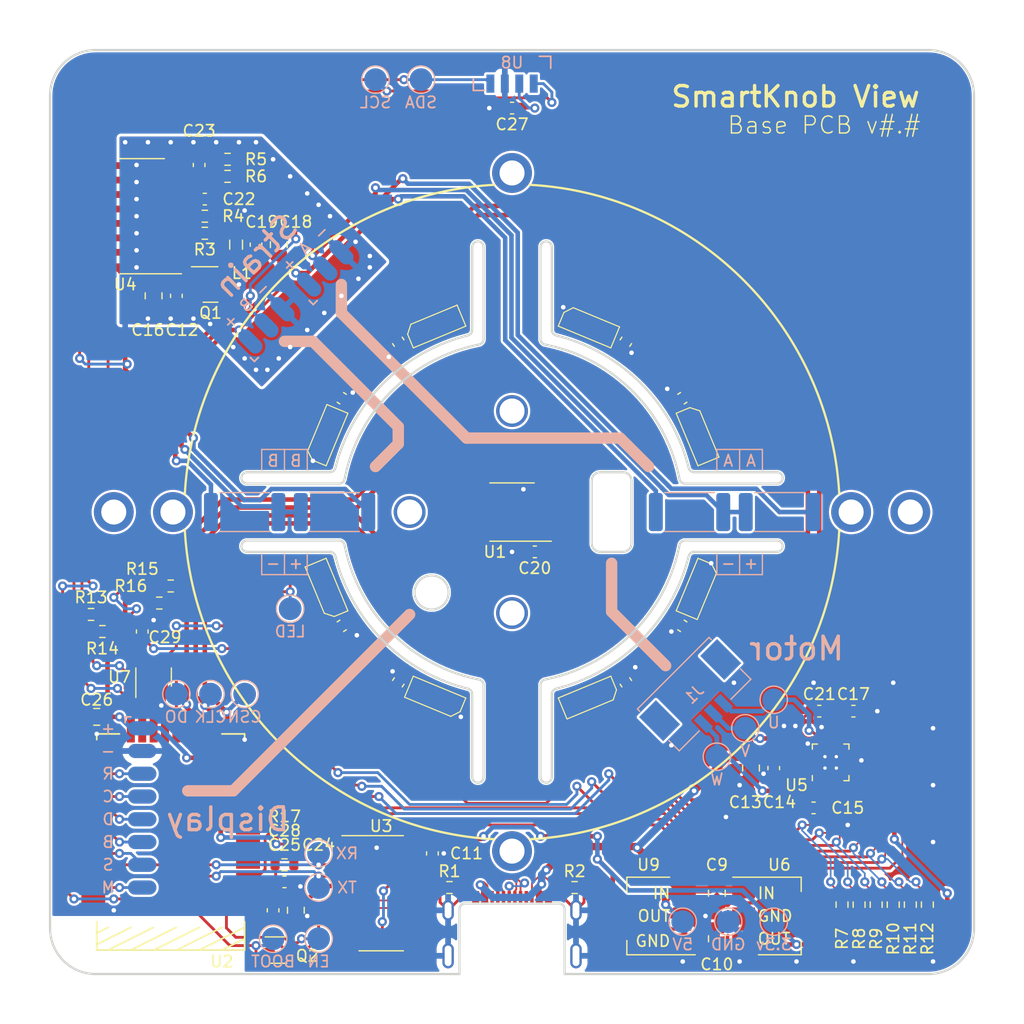
<source format=kicad_pcb>
(kicad_pcb (version 20211014) (generator pcbnew)
  (layers (0 "F.Cu" signal) (31 "B.Cu" signal) (34 "B.Paste" user) (35 "F.Paste" user) (36 "B.SilkS" user "B.Silkscreen") (37 "F.SilkS" user "F.Silkscreen") (38 "B.Mask" user) (39 "F.Mask" user) (44 "Edge.Cuts" user))
  (property "COMMIT_DATE_LONG" "YYYY-MM-DD HH:MM:SS TZ")
  (property "COMMIT_HASH" "deadbeef")
  (property "RELEASE_VERSION" "v#.#")
  (net 0 "")
  (net 1 "GND")
  (net 2 "Net-(D1-Pad3)")
  (net 3 "Net-(D2-Pad3)")
  (net 4 "Net-(D3-Pad3)")
  (net 5 "Net-(D4-Pad3)")
  (net 6 "Net-(D5-Pad3)")
  (net 7 "Net-(D6-Pad3)")
  (net 8 "Net-(D7-Pad3)")
  (net 9 "/USB_CC1")
  (net 10 "/USB_D-")
  (net 11 "/USB_D+")
  (net 12 "/USB_CC2")
  (net 13 "Net-(C15-Pad2)")
  (net 14 "/STRAIN_E+")
  (net 15 "Net-(C21-Pad1)")
  (net 16 "Net-(C22-Pad2)")
  (net 17 "Net-(C23-Pad2)")
  (net 18 "Net-(C23-Pad1)")
  (net 19 "Net-(J1-Pad3)")
  (net 20 "Net-(J1-Pad2)")
  (net 21 "Net-(J1-Pad1)")
  (net 22 "Net-(L1-Pad1)")
  (net 23 "Net-(Q1-Pad1)")
  (net 24 "Net-(R3-Pad2)")
  (net 25 "/STRAIN_S-")
  (net 26 "/STRAIN_S+")
  (net 27 "/RTS")
  (net 28 "/DTR")
  (net 29 "/ESP32_EN")
  (net 30 "/ESP32_BOOT")
  (net 31 "/USB_SERIAL_RXI")
  (net 32 "/USB_SERIAL_TXO")
  (net 33 "/LED_DATA_5V")
  (net 34 "/LCD_CMD")
  (net 35 "/LCD_CS")
  (net 36 "/LCD_BACKLIGHT")
  (net 37 "/LCD_DATA")
  (net 38 "/LCD_SCK")
  (net 39 "/LCD_RST")
  (net 40 "/MAG_DO")
  (net 41 "/MAG_CLK")
  (net 42 "/MAG_CSN")
  (net 43 "/STRAIN_DO")
  (net 44 "/STRAIN_SCK")
  (net 45 "/TMC_UH")
  (net 46 "/TMC_VH")
  (net 47 "/TMC_WH")
  (net 48 "/TMC_UL")
  (net 49 "/TMC_WL")
  (net 50 "/TMC_VL")
  (net 51 "/TMC_DIAG")
  (net 52 "/LED_DATA_3V3")
  (net 53 "/SDA")
  (net 54 "/SCL")
  (net 55 "GNDA")
  (net 89 "+5V")
  (net 90 "+3V3")
  (footprint "Capacitor_SMD:C_0603_1608Metric" (layer "F.Cu") (at 90 114.967 56.2)
    (fp_text reference "C2" hide)
    (fp_text value "0.1uF")
  )
  (footprint "Holes:MountingHole_M1.6" (layer "F.Cu") (at 100 91.1225)
    (fp_text reference "H3" hide)
    (fp_text value "MotorHole")
  )
  (footprint "Holes:MountingHole_M1.6" (layer "F.Cu") (at 100 108.877499)
    (fp_text reference "H1" hide)
    (fp_text value "MotorHole")
  )
  (footprint "Holes:MountingHole_M1.6" (layer "F.Cu") (at 91 100)
    (fp_text reference "H2" hide)
    (fp_text value "MotorHole")
  )
  (footprint "Holes:MountingHole_2.2mm_M2_ISO7380_Pad_NonVirtual" (layer "F.Cu") (at 100 129.8)
    (fp_text reference "H4" hide)
    (fp_text value "MountHole")
  )
  (footprint "Holes:MountingHole_2.2mm_M2_ISO7380_Pad_NonVirtual" (layer "F.Cu") (at 70.2 100)
    (fp_text reference "H5" hide)
    (fp_text value "MountHole")
  )
  (footprint "Holes:MountingHole_2.2mm_M2_ISO7380_Pad_NonVirtual" (layer "F.Cu") (at 100 70.2)
    (fp_text reference "H6" hide)
    (fp_text value "MountHole")
  )
  (footprint "sk6812:SK6812-SIDE-A" (layer "F.Cu") (at 91.735336 115.248051 -22.5)
    (fp_text reference "D2" hide)
    (fp_text value "SK6812SIDE-A")
  )
  (footprint "Holes:MountingHole_2.2mm_M2_ISO7380_Pad_NonVirtual" (layer "F.Cu") (at 129.8 100)
    (fp_text reference "H7" hide)
    (fp_text value "MountHole")
  )
  (footprint "Capacitor_SMD:C_0603_1608Metric" (layer "F.Cu") (at 85.033 110 33.7)
    (fp_text reference "C1" hide)
    (fp_text value "0.1uF")
  )
  (footprint "sk6812:SK6812-SIDE-A" (layer "F.Cu") (at 83.374 104.938 -67.5)
    (fp_text reference "D1" hide)
    (fp_text value "SK6812SIDE-A")
  )
  (footprint "GCT_USB:USB4510_NoPaste" (layer "F.Cu") (at 100 140.6)
    (fp_text reference "J2")
    (fp_text value "USB_C_Receptacle_USB2.0")
    (fp_line (start -4.62 0) (end -4.62 -5.7) (layer "Edge.Cuts") (width 0.2))
    (fp_line (start -4.12 -6.2) (end 4.12 -6.2) (layer "Edge.Cuts") (width 0.2))
    (fp_line (start 4.62 0) (end 4.62 -5.7) (layer "Edge.Cuts") (width 0.2))
    (fp_arc (start -4.62 -5.7) (mid -4.473553 -6.053553) (end -4.12 -6.2) (layer "Edge.Cuts") (width 0.2))
    (fp_arc (start 4.12 -6.2) (mid 4.473553 -6.053553) (end 4.62 -5.7) (layer "Edge.Cuts") (width 0.2))
  )
  (footprint "Resistor_SMD:R_0603_1608Metric" (layer "F.Cu") (at 94.5 133 180)
    (fp_text reference "R1")
    (fp_text value "5.1k")
  )
  (footprint "Resistor_SMD:R_0603_1608Metric" (layer "F.Cu") (at 105.5 133)
    (fp_text reference "R2")
    (fp_text value "5.1k")
  )
  (footprint "lilygo_micro32:T-Micro32" (layer "F.Cu") (at 76.5 135 180)
    (fp_text reference "U2")
    (fp_text value "T-Micro32_Plus")
  )
  (footprint "Capacitor_SMD:C_0603_1608Metric" (layer "F.Cu") (at 93 130 -90)
    (fp_text reference "C11")
    (fp_text value "0.1uF")
  )
  (footprint "Capacitor_SMD:C_0805_2012Metric" (layer "F.Cu") (at 121 122.5 -90)
    (fp_text reference "C13")
    (fp_text value "22uF")
  )
  (footprint "Capacitor_SMD:C_0603_1608Metric" (layer "F.Cu") (at 123 122.5 -90)
    (fp_text reference "C14")
    (fp_text value "0.1uF")
  )
  (footprint "Capacitor_SMD:C_0603_1608Metric" (layer "F.Cu") (at 126.5 126)
    (fp_text reference "C15")
    (fp_text value "0.1uF")
  )
  (footprint "Capacitor_SMD:C_0805_2012Metric" (layer "F.Cu") (at 68.5 81 -90)
    (fp_text reference "C16")
    (fp_text value "10uF")
  )
  (footprint "Capacitor_SMD:C_0603_1608Metric" (layer "F.Cu") (at 130 117.5)
    (fp_text reference "C17")
    (fp_text value "0.1uF")
  )
  (footprint "Capacitor_SMD:C_0805_2012Metric" (layer "F.Cu") (at 79.5 76.5 90)
    (fp_text reference "C18")
    (fp_text value "10uF")
  )
  (footprint "Capacitor_SMD:C_0603_1608Metric" (layer "F.Cu") (at 73 72.5 180)
    (fp_text reference "C22")
    (fp_text value "0.1uF")
  )
  (footprint "Package_TO_SOT_SMD:SOT-23" (layer "F.Cu") (at 73.5 80)
    (fp_text reference "Q1")
    (fp_text value "MMBT4403")
  )
  (footprint "Resistor_SMD:R_0603_1608Metric" (layer "F.Cu") (at 73 74)
    (fp_text reference "R4")
    (fp_text value "8.2k")
  )
  (footprint "Resistor_SMD:R_0603_1608Metric" (layer "F.Cu") (at 75 70.5)
    (fp_text reference "R5")
    (fp_text value "100")
  )
  (footprint "Modified:SOT-223-3_TabPin2_InGndOut" (layer "F.Cu") (at 123.5 135.5)
    (fp_text reference "U6")
    (fp_text value "AP2114HA-3.3")
  )
  (footprint "Capacitor_SMD:C_0805_2012Metric" (layer "F.Cu") (at 63.5 118 180)
    (fp_text reference "C26")
    (fp_text value "10uF")
  )
  (footprint "Package_TO_SOT_SMD:SOT-363_SC-70-6" (layer "F.Cu") (at 79.5 138.5)
    (fp_text reference "Q2")
    (fp_text value "UMH3N")
  )
  (footprint "Package_SO:SOIC-16_3.9x9.9mm_P1.27mm" (layer "F.Cu") (at 88.5 133.5)
    (fp_text reference "U3")
    (fp_text value "CH340C")
  )
  (footprint "Capacitor_SMD:C_0603_1608Metric" (layer "F.Cu") (at 70.5 81 -90)
    (fp_text reference "C12")
    (fp_text value "0.1uF")
  )
  (footprint "Package_TO_SOT_SMD:SOT-23-5" (layer "F.Cu") (at 68.5 114.5 90)
    (fp_text reference "U7")
    (fp_text value "SN74LV1T34DBV")
  )
  (footprint "Capacitor_SMD:C_0603_1608Metric" (layer "F.Cu") (at 90 85.033 -56.3)
    (fp_text reference "C7" hide)
    (fp_text value "0.1uF")
  )
  (footprint "sk6812:SK6812-SIDE-A" (layer "F.Cu") (at 95.062 83.374 -157.5)
    (fp_text reference "D7" hide)
    (fp_text value "SK6812SIDE-A")
  )
  (footprint "sk6812:SK6812-SIDE-A" (layer "F.Cu") (at 84.751949 91.735336 -112.5)
    (fp_text reference "D8" hide)
    (fp_text value "SK6812SIDE-A")
  )
  (footprint "Capacitor_SMD:C_0603_1608Metric" (layer "F.Cu") (at 85.033 90 -33.8)
    (fp_text reference "C8" hide)
    (fp_text value "0.1uF")
  )
  (footprint "Inductor_SMD:L_0805_2012Metric" (layer "F.Cu") (at 75.75 76.5 -90)
    (fp_text reference "L1")
    (fp_text value "3.3uH")
  )
  (footprint "Modified:QFN-20-1EP_3x3mm_P0.4mm_EP1.65x1.65mm_ThermalVias_LargerViaHoles" (layer "F.Cu") (at 128 122 90)
    (fp_text reference "U5")
    (fp_text value "TMC6300")
  )
  (footprint "Capacitor_SMD:C_0603_1608Metric" (layer "F.Cu") (at 100 64.5 180)
    (fp_text reference "C27")
    (fp_text value "0.1uF")
  )
  (footprint "Capacitor_SMD:C_0603_1608Metric" (layer "F.Cu") (at 127 117.5 180)
    (fp_text reference "C21")
    (fp_text value "0.1uF")
  )
  (footprint "Resistor_SMD:R_0603_1608Metric" (layer "F.Cu") (at 70 106.5 180)
    (fp_text reference "R16")
    (fp_text value "2.2k")
  )
  (footprint "Package_SO:SOIC-8_3.9x4.9mm_P1.27mm" (layer "F.Cu") (at 100 100 180)
    (fp_text reference "U1")
    (fp_text value "MT6701-CT")
  )
  (footprint "Capacitor_SMD:C_0603_1608Metric" (layer "F.Cu") (at 102 103.5 180)
    (fp_text reference "C20")
    (fp_text value "0.1uF")
  )
  (footprint "Capacitor_SMD:C_0603_1608Metric" (layer "F.Cu") (at 67.5 110.5 90)
    (fp_text reference "C29")
    (fp_text value "0.1uF")
  )
  (footprint "Resistor_SMD:R_0603_1608Metric" (layer "F.Cu") (at 69 108)
    (fp_text reference "R15")
    (fp_text value "2.2k")
  )
  (footprint "Resistor_SMD:R_0603_1608Metric" (layer "F.Cu") (at 64 110.5 180)
    (fp_text reference "R14")
    (fp_text value "2.2k")
  )
  (footprint "Resistor_SMD:R_0603_1608Metric" (layer "F.Cu") (at 63 109 180)
    (fp_text reference "R13")
    (fp_text value "2.2k")
  )
  (footprint "Package_SO:SOIC-16_3.9x9.9mm_P1.27mm" (layer "F.Cu") (at 67.5 74 180)
    (fp_text reference "U4")
    (fp_text value "HX711")
  )
  (footprint "Resistor_SMD:R_0603_1608Metric" (layer "F.Cu") (at 75 69 180)
    (fp_text reference "R6")
    (fp_text value "100")
  )
  (footprint "Capacitor_SMD:C_0603_1608Metric" (layer "F.Cu") (at 77.5 76.5 90)
    (fp_text reference "C19")
    (fp_text value "0.1uF")
  )
  (footprint "Resistor_SMD:R_0603_1608Metric" (layer "F.Cu") (at 73 75.5 180)
    (fp_text reference "R3")
    (fp_text value "10k")
  )
  (footprint "Capacitor_SMD:C_0603_1608Metric" (layer "F.Cu") (at 72.5 69.5 -90)
    (fp_text reference "C23")
    (fp_text value "0.1uF")
  )
  (footprint "Resistor_SMD:R_0603_1608Metric" (layer "F.Cu") (at 129 134.5 -90)
    (fp_text reference "R7")
    (fp_text value "10k")
  )
  (footprint "Resistor_SMD:R_0603_1608Metric" (layer "F.Cu") (at 130.5 134.5 -90)
    (fp_text reference "R8")
    (fp_text value "10k")
  )
  (footprint "Resistor_SMD:R_0603_1608Metric" (layer "F.Cu") (at 136.5 134.5 -90)
    (fp_text reference "R12")
    (fp_text value "10k")
  )
  (footprint "Resistor_SMD:R_0603_1608Metric" (layer "F.Cu") (at 132 134.5 -90)
    (fp_text reference "R9")
    (fp_text value "10k")
  )
  (footprint "Resistor_SMD:R_0603_1608Metric" (layer "F.Cu") (at 133.5 134.5 -90)
    (fp_text reference "R10")
    (fp_text value "10k")
  )
  (footprint "Resistor_SMD:R_0603_1608Metric" (layer "F.Cu") (at 135 134.5 -90)
    (fp_text reference "R11")
    (fp_text value "10k")
  )
  (footprint "Resistor_SMD:R_0603_1608Metric" (layer "F.Cu") (at 80 131 180)
    (fp_text reference "R17")
    (fp_text value "10k")
  )
  (footprint "Capacitor_SMD:C_0603_1608Metric" (layer "F.Cu") (at 80 132.5)
    (fp_text reference "C28")
    (fp_text value "1uF")
  )
  (footprint "Capacitor_SMD:C_0603_1608Metric" (layer "F.Cu") (at 79 135 -90)
    (fp_text reference "C25")
    (fp_text value "0.1uF")
  )
  (footprint "Capacitor_SMD:C_0805_2012Metric" (layer "F.Cu") (at 118 137.5 90)
    (fp_text reference "C10")
    (fp_text value "10uF")
  )
  (footprint "Capacitor_SMD:C_0805_2012Metric" (layer "F.Cu") (at 118 133.5 -90)
    (fp_text reference "C9")
    (fp_text value "10uF")
  )
  (footprint "BOM_Only:bom_only_no_pin" (layer "F.Cu") (at 121.9 71.8)
    (fp_text reference "Z7")
    (fp_text value "RotorScrew (BOM-only)")
  )
  (footprint "BOM_Only:bom_only_no_pin" (layer "F.Cu") (at 120.4 71.8)
    (fp_text reference "Z9")
    (fp_text value "WatchGlass39.5mm")
  )
  (footprint "BOM_Only:bom_only_no_pin" (layer "F.Cu") (at 121.9 71.8)
    (fp_text reference "Z10")
    (fp_text value "BLDCMotor")
  )
  (footprint "Holes:MountingHole_2.2mm_M2_ISO7380_Pad_NonVirtual" (layer "F.Cu") (at 135 100)
    (fp_text reference "H8" hide)
    (fp_text value "AlignmentHole")
  )
  (footprint "Holes:MountingHole_2.2mm_M2_ISO7380_Pad_NonVirtual" (layer "F.Cu") (at 65 100)
    (fp_text reference "H9" hide)
    (fp_text value "AlignmentHole")
  )
  (footprint "Capacitor_SMD:C_0805_2012Metric" (layer "F.Cu") (at 81 135 -90)
    (fp_text reference "C24")
    (fp_text value "10uF")
  )
  (footprint "Capacitor_SMD:C_0603_1608Metric" (layer "F.Cu") (at 114.967 90 -146.3)
    (fp_text reference "C5" hide)
    (fp_text value "0.1uF")
  )
  (footprint "sk6812:SK6812-SIDE-A" (layer "F.Cu") (at 116.626 95.062 112.5)
    (fp_text reference "D5" hide)
    (fp_text value "SK6812SIDE-A")
  )
  (footprint "Capacitor_SMD:C_0603_1608Metric" (layer "F.Cu") (at 110 114.967 123.7)
    (fp_text reference "C3" hide)
    (fp_text value "0.1uF")
  )
  (footprint "Modified:SOT-223-3_TabPin2_GndOutIn" (layer "F.Cu") (at 112 135.5 180)
    (fp_text reference "U9")
    (fp_text value "TS1117BCW33_RPG")
  )
  (footprint "Capacitor_SMD:C_0603_1608Metric" (layer "F.Cu") (at 110 85.033 -123.8)
    (fp_text reference "C6" hide)
    (fp_text value "0.1uF")
  )
  (footprint "sk6812:SK6812-SIDE-A" (layer "F.Cu") (at 108.264664 84.751949 157.5)
    (fp_text reference "D6" hide)
    (fp_text value "SK6812SIDE-A")
  )
  (footprint "sk6812:SK6812-SIDE-A" (layer "F.Cu") (at 115.248051 108.264664 67.5)
    (fp_text reference "D4" hide)
    (fp_text value "SK6812SIDE-A")
  )
  (footprint "Capacitor_SMD:C_0603_1608Metric" (layer "F.Cu") (at 114.967 110 146.2)
    (fp_text reference "C4" hide)
    (fp_text value "0.1uF")
  )
  (footprint "sk6812:SK6812-SIDE-A" (layer "F.Cu") (at 104.938 116.626 22.5)
    (fp_text reference "D3" hide)
    (fp_text value "SK6812SIDE-A")
  )
  (footprint "SolderPads:SolderPads_2mm_8" (layer "B.Cu") (at 67.5 119 -90)
    (fp_text reference "J3" hide)
    (fp_text value "LCD")
  )
  (footprint "SolderPads:SolderPads_2mm_3_STRAIN" (layer "B.Cu") (at 82.171573 80 45)
    (fp_text reference "J4" hide)
    (fp_text value "A")
  )
  (footprint "VEML7700:VEML7700-TOP" (layer "B.Cu") (at 100 61 180)
    (fp_text reference "U8")
    (fp_text value "VEML7700")
  )
  (footprint "SolderPads:SolderPads_2mm_3_STRAIN" (layer "B.Cu") (at 77 85 45)
    (fp_text reference "J5" hide)
    (fp_text value "B")
  )
  (footprint "Molex:532610371" (layer "B.Cu") (at 116.816 118.584 45)
    (fp_text reference "J1")
    (fp_text value "BLDC")
  )
  (footprint "Modified:TestPoint_Pad_D2.0mm_ValueSilk" (layer "B.Cu") (at 115 136)
    (fp_text reference "TP1" hide)
    (fp_text value "5V" hide)
  )
  (footprint "Modified:TestPoint_Pad_D2.0mm_ValueSilk" (layer "B.Cu") (at 123 136)
    (fp_text reference "TP2" hide)
    (fp_text value "3.3v" hide)
  )
  (footprint "Modified:TestPoint_Pad_D2.0mm_ValueSilk" (layer "B.Cu") (at 119 136)
    (fp_text reference "TP3" hide)
    (fp_text value "GND" hide)
  )
  (footprint "Modified:TestPoint_Pad_D2.0mm_ValueSilk" (layer "B.Cu") (at 92 62)
    (fp_text reference "TP4" hide)
    (fp_text value "SDA" hide)
  )
  (footprint "Modified:TestPoint_Pad_D2.0mm_ValueSilk" (layer "B.Cu") (at 88 62)
    (fp_text reference "TP5" hide)
    (fp_text value "SCL" hide)
  )
  (footprint "Modified:TestPoint_Pad_D2.0mm_ValueSilk" (layer "B.Cu") (at 123 116.5)
    (fp_text reference "TP6" hide)
    (fp_text value "U" hide)
  )
  (footprint "Modified:TestPoint_Pad_D2.0mm_ValueSilk" (layer "B.Cu") (at 120.5 119)
    (fp_text reference "TP7" hide)
    (fp_text value "V" hide)
  )
  (footprint "Modified:TestPoint_Pad_D2.0mm_ValueSilk" (layer "B.Cu") (at 118 121.5)
    (fp_text reference "TP8" hide)
    (fp_text value "W" hide)
  )
  (footprint "Modified:TestPoint_Pad_D2.0mm_ValueSilk" (layer "B.Cu") (at 76.5 116)
    (fp_text reference "TP9" hide)
    (fp_text value "CSN" hide)
  )
  (footprint "Modified:TestPoint_Pad_D2.0mm_ValueSilk" (layer "B.Cu") (at 70.5 116)
    (fp_text reference "TP11" hide)
    (fp_text value "DO" hide)
  )
  (footprint "Modified:TestPoint_Pad_D2.0mm_ValueSilk" (layer "B.Cu") (at 80.5 108.5)
    (fp_text reference "TP12" hide)
    (fp_text value "LED" hide)
  )
  (footprint "Modified:TestPoint_Pad_D2.0mm_ValueSilk" (layer "B.Cu") (at 73.5 116)
    (fp_text reference "TP10" hide)
    (fp_text value "CLK" hide)
  )
  (footprint "Modified:TestPoint_Pad_D2.0mm_ValueSilk" (layer "B.Cu") (at 83 137.5)
    (fp_text reference "TP13" hide)
    (fp_text value "EN" hide)
  )
  (footprint "Modified:TestPoint_Pad_D2.0mm_ValueSilk" (layer "B.Cu") (at 79 137.5)
    (fp_text reference "TP14" hide)
    (fp_text value "BOOT" hide)
  )
  (footprint "Modified:TestPoint_Pad_D2.0mm_ValueSilk" (layer "B.Cu") (at 83 133 180)
    (fp_text reference "TP15" hide)
    (fp_text value "TX" hide)
  )
  (footprint "Modified:TestPoint_Pad_D2.0mm_ValueSilk" (layer "B.Cu") (at 83 130 180)
    (fp_text reference "TP16" hide)
    (fp_text value "RX" hide)
  )
  (footprint "Resistor_SMD:R_2512_6332Metric" (layer "B.Cu") (at 123.5 100 180)
    (fp_text reference "R18" hide)
    (fp_text value "330")
  )
  (footprint "NetTie:NetTie-2_SMD_Pad0.5mm" (layer "B.Cu") (at 66 83.6 -90)
    (fp_text reference "NT1" hide)
    (fp_text value "NetTie_2")
  )
  (footprint "Resistor_SMD:R_2512_6332Metric" (layer "B.Cu") (at 76.5 100)
    (fp_text reference "R21" hide)
    (fp_text value "330")
  )
  (footprint "Resistor_SMD:R_2512_6332Metric" (layer "B.Cu") (at 115.6 100 180)
    (fp_text reference "R19" hide)
    (fp_text value "330")
  )
  (footprint "Resistor_SMD:R_2512_6332Metric" (layer "B.Cu") (at 84.4 100)
    (fp_text reference "R20" hide)
    (fp_text value "330")
  )
  (gr_line (start 78 96.3) (end 78 94.5) (layer "B.SilkS") (width 0.12))
  (gr_line (start 78 103.7) (end 78 105.5) (layer "B.SilkS") (width 0.12))
  (gr_line (start 80 96.3) (end 80 94.5) (layer "B.SilkS") (width 0.12))
  (gr_line (start 82 105.5) (end 82 103.7) (layer "B.SilkS") (width 0.12))
  (gr_line (start 78 105.5) (end 82 105.5) (layer "B.SilkS") (width 0.12))
  (gr_line (start 78 94.5) (end 82 94.5) (layer "B.SilkS") (width 0.12))
  (gr_line (start 82 94.5) (end 82 96.3) (layer "B.SilkS") (width 0.12))
  (gr_line (start 80 105.5) (end 80 103.7) (layer "B.SilkS") (width 0.12))
  (gr_line (start 90 94) (end 90 92.5) (layer "B.SilkS") (width 1))
  (gr_line (start 96 93.5) (end 85 82.5) (layer "B.SilkS") (width 1))
  (gr_line (start 75.5 124.5) (end 71.5 124.5) (layer "B.SilkS") (width 1))
  (gr_line (start 118 96.3) (end 118 94.5) (layer "B.SilkS") (width 0.12))
  (gr_line (start 118 94.5) (end 122 94.5) (layer "B.SilkS") (width 0.12))
  (gr_line (start 88 96) (end 90 94) (layer "B.SilkS") (width 1))
  (gr_line (start 122 94.5) (end 122 96.3) (layer "B.SilkS") (width 0.12))
  (gr_line (start 109.5 93.5) (end 96 93.5) (layer "B.SilkS") (width 1))
  (gr_line (start 90 92.5) (end 82.5 85) (layer "B.SilkS") (width 1))
  (gr_line (start 112 96) (end 109.5 93.5) (layer "B.SilkS") (width 1))
  (gr_line (start 108.75 104.5) (end 108.75 108.75) (layer "B.SilkS") (width 1))
  (gr_line (start 120 96.3) (end 120 94.5) (layer "B.SilkS") (width 0.12))
  (gr_line (start 108.75 108.75) (end 113.5 113.5) (layer "B.SilkS") (width 1))
  (gr_line (start 118 103.7) (end 118 105.5) (layer "B.SilkS") (width 0.12))
  (gr_line (start 122 105.5) (end 122 103.7) (layer "B.SilkS") (width 0.12))
  (gr_line (start 85 82.5) (end 85 80) (layer "B.SilkS") (width 1))
  (gr_line (start 120 105.5) (end 120 103.7) (layer "B.SilkS") (width 0.12))
  (gr_line (start 91 109) (end 75.5 124.5) (layer "B.SilkS") (width 1))
  (gr_line (start 82.5 85) (end 80 85) (layer "B.SilkS") (width 1))
  (gr_line (start 118 105.5) (end 122 105.5) (layer "B.SilkS") (width 0.12))
  (gr_arc (start 98.452153 128.758375) (mid 79.64214 120.371488) (end 71.242667 101.567092) (layer "F.SilkS") (width 0.2))
  (gr_arc (start 128.758375 101.547847) (mid 120.371488 120.35786) (end 101.567092 128.757333) (layer "F.SilkS") (width 0.2))
  (gr_arc (start 101.547847 71.241625) (mid 120.35786 79.628512) (end 128.757333 98.432908) (layer "F.SilkS") (width 0.2))
  (gr_arc (start 71.241625 98.452153) (mid 79.628512 79.64214) (end 98.432908 71.242667) (layer "F.SilkS") (width 0.2))
  (gr_line (start 84.793094 102.499999) (end 76.709801 102.499999) (layer "Edge.Cuts") (width 0.2))
  (gr_line (start 96.5 116.00781) (end 96.5 123.290199) (layer "Edge.Cuts") (width 0.2))
  (gr_line (start 97.5 123.290199) (end 97.500001 115.206906) (layer "Edge.Cuts") (width 0.2))
  (gr_arc (start 103.499999 116.00781) (mid 103.605914 115.700081) (end 103.878787 115.522725) (layer "Edge.Cuts") (width 0.2))
  (gr_arc (start 97.5 123.290199) (mid 97 123.790199) (end 96.5 123.290199) (layer "Edge.Cuts") (width 0.2))
  (gr_arc (start 114.71636 102.903226) (mid 110.606601 110.606601) (end 102.903225 114.71636) (layer "Edge.Cuts") (width 0.2))
  (gr_arc (start 114.716361 102.903226) (mid 114.889406 102.613745) (end 115.206906 102.5) (layer "Edge.Cuts") (width 0.2))
  (gr_arc (start 115.522725 103.878788) (mid 111.313708 111.313709) (end 103.878787 115.522725) (layer "Edge.Cuts") (width 0.2))
  (gr_arc (start 110.499999 102.75) (mid 110.280329 103.28033) (end 109.749999 103.5) (layer "Edge.Cuts") (width 0.2))
  (gr_arc (start 115.522726 103.878787) (mid 115.700082 103.605915) (end 116.00781 103.5) (layer "Edge.Cuts") (width 0.2))
  (gr_line (start 110.499999 102.75) (end 110.499999 97.250001) (layer "Edge.Cuts") (width 0.2))
  (gr_arc (start 123.290199 96.500001) (mid 123.790199 97.000001) (end 123.290199 97.500001) (layer "Edge.Cuts") (width 0.2))
  (gr_arc (start 103.499999 123.290199) (mid 102.999999 123.790199) (end 102.499999 123.290199) (layer "Edge.Cuts") (width 0.2))
  (gr_line (start 103.499999 123.290199) (end 103.499999 116.00781) (layer "Edge.Cuts") (width 0.2))
  (gr_arc (start 109.749999 96.500001) (mid 110.280329 96.719671) (end 110.499999 97.250001) (layer "Edge.Cuts") (width 0.2))
  (gr_line (start 109.749999 96.500001) (end 107.749999 96.500001) (layer "Edge.Cuts") (width 0.2))
  (gr_arc (start 106.999999 97.250001) (mid 107.219669 96.719671) (end 107.749999 96.500001) (layer "Edge.Cuts") (width 0.2))
  (gr_line (start 106.999999 97.250001) (end 106.999999 102.75) (layer "Edge.Cuts") (width 0.2))
  (gr_circle (center 92.928933 107.071067) (end 94.428933 107.071067) (layer "Edge.Cuts") (width 0.2) (fill none))
  (gr_line (start 116.00781 103.5) (end 123.290199 103.5) (layer "Edge.Cuts") (width 0.2))
  (gr_arc (start 107.749999 103.5) (mid 107.219669 103.28033) (end 106.999999 102.75) (layer "Edge.Cuts") (width 0.2))
  (gr_arc (start 102.903226 85.28364) (mid 110.606601 89.393399) (end 114.71636 97.096775) (layer "Edge.Cuts") (width 0.2))
  (gr_line (start 115.206906 97.500001) (end 123.290199 97.500001) (layer "Edge.Cuts") (width 0.2))
  (gr_arc (start 96.121212 115.522725) (mid 88.686291 111.313708) (end 84.477275 103.878787) (layer "Edge.Cuts") (width 0.2))
  (gr_arc (start 115.206906 97.500002) (mid 114.889405 97.386257) (end 114.71636 97.096775) (layer "Edge.Cuts") (width 0.2))
  (gr_arc (start 102.499998 115.206906) (mid 102.613743 114.889405) (end 102.903225 114.71636) (layer "Edge.Cuts") (width 0.2))
  (gr_arc (start 140.6 136.599999) (mid 139.428427 139.428426) (end 136.6 140.599999) (layer "Edge.Cuts") (width 0.2))
  (gr_line (start 123.290199 102.5) (end 115.206906 102.5) (layer "Edge.Cuts") (width 0.2))
  (gr_arc (start 76.709801 103.499999) (mid 76.209801 102.999999) (end 76.709801 102.499999) (layer "Edge.Cuts") (width 0.2))
  (gr_arc (start 97.096774 114.71636) (mid 89.393399 110.606601) (end 85.28364 102.903225) (layer "Edge.Cuts") (width 0.2))
  (gr_arc (start 83.99219 103.499999) (mid 84.299919 103.605914) (end 84.477275 103.878787) (layer "Edge.Cuts") (width 0.2))
  (gr_arc (start 97.096774 114.71636) (mid 97.386256 114.889405) (end 97.500001 115.206906) (layer "Edge.Cuts") (width 0.2))
  (gr_line (start 76.709801 103.499999) (end 83.99219 103.499999) (layer "Edge.Cuts") (width 0.2))
  (gr_line (start 102.499999 115.206906) (end 102.499999 123.290199) (layer "Edge.Cuts") (width 0.2))
  (gr_arc (start 84.793094 102.499998) (mid 85.110595 102.613743) (end 85.28364 102.903225) (layer "Edge.Cuts") (width 0.2))
  (gr_line (start 107.749999 103.5) (end 109.749999 103.5) (layer "Edge.Cuts") (width 0.2))
  (gr_arc (start 102.903226 85.283639) (mid 102.613745 85.110594) (end 102.5 84.793094) (layer "Edge.Cuts") (width 0.2))
  (gr_line (start 123.290199 96.500001) (end 116.00781 96.500001) (layer "Edge.Cuts") (width 0.2))
  (gr_arc (start 123.290199 102.5) (mid 123.790199 103) (end 123.290199 103.5) (layer "Edge.Cuts") (width 0.2))
  (gr_arc (start 96.121213 115.522726) (mid 96.394085 115.700082) (end 96.5 116.00781) (layer "Edge.Cuts") (width 0.2))
  (gr_arc (start 59.400001 63.4) (mid 60.571574 60.571573) (end 63.400001 59.4) (layer "Edge.Cuts") (width 0.2))
  (gr_arc (start 136.6 59.4) (mid 139.428427 60.571573) (end 140.6 63.4) (layer "Edge.Cuts") (width 0.2))
  (gr_line (start 59.400001 136.599999) (end 59.400001 63.4) (layer "Edge.Cuts") (width 0.2))
  (gr_line (start 136.6 140.599999) (end 104.619999 140.6) (layer "Edge.Cuts") (width 0.2))
  (gr_line (start 95.38 140.6) (end 63.400001 140.599999) (layer "Edge.Cuts") (width 0.2))
  (gr_arc (start 63.400001 140.599999) (mid 60.571574 139.428426) (end 59.400001 136.599999) (layer "Edge.Cuts") (width 0.2))
  (gr_line (start 140.6 63.4) (end 140.6 136.599999) (layer "Edge.Cuts") (width 0.2))
  (gr_line (start 63.400001 59.4) (end 136.6 59.4) (layer "Edge.Cuts") (width 0.2))
  (gr_arc (start 97.500002 84.793094) (mid 97.386257 85.110595) (end 97.096775 85.28364) (layer "Edge.Cuts") (width 0.2))
  (gr_arc (start 103.878788 84.477275) (mid 111.313709 88.686292) (end 115.522725 96.121213) (layer "Edge.Cuts") (width 0.2))
  (gr_arc (start 103.878787 84.477274) (mid 103.605915 84.299918) (end 103.5 83.99219) (layer "Edge.Cuts") (width 0.2))
  (gr_arc (start 102.5 76.709801) (mid 103 76.209801) (end 103.5 76.709801) (layer "Edge.Cuts") (width 0.2))
  (gr_line (start 83.99219 96.5) (end 76.709801 96.5) (layer "Edge.Cuts") (width 0.2))
  (gr_line (start 102.5 76.709801) (end 102.5 84.793094) (layer "Edge.Cuts") (width 0.2))
  (gr_arc (start 116.00781 96.500001) (mid 115.700081 96.394086) (end 115.522725 96.121213) (layer "Edge.Cuts") (width 0.2))
  (gr_arc (start 85.28364 97.096774) (mid 89.393399 89.393399) (end 97.096775 85.28364) (layer "Edge.Cuts") (width 0.2))
  (gr_line (start 96.500001 76.709801) (end 96.500001 83.99219) (layer "Edge.Cuts") (width 0.2))
  (gr_line (start 103.5 83.99219) (end 103.5 76.709801) (layer "Edge.Cuts") (width 0.2))
  (gr_line (start 76.709801 97.5) (end 84.793094 97.5) (layer "Edge.Cuts") (width 0.2))
  (gr_arc (start 96.500001 83.99219) (mid 96.394086 84.299919) (end 96.121213 84.477275) (layer "Edge.Cuts") (width 0.2))
  (gr_arc (start 84.477275 96.121212) (mid 88.686292 88.686291) (end 96.121213 84.477275) (layer "Edge.Cuts") (width 0.2))
  (gr_arc (start 76.709801 97.5) (mid 76.209801 97) (end 76.709801 96.5) (layer "Edge.Cuts") (width 0.2))
  (gr_arc (start 85.283638 97.096775) (mid 85.110593 97.386256) (end 84.793094 97.5) (layer "Edge.Cuts") (width 0.2))
  (gr_line (start 97.500001 84.793094) (end 97.500001 76.709801) (layer "Edge.Cuts") (width 0.2))
  (gr_arc (start 96.500001 76.709801) (mid 97.000001 76.209801) (end 97.500001 76.709801) (layer "Edge.Cuts") (width 0.2))
  (gr_arc (start 84.477274 96.121213) (mid 84.299918 96.394085) (end 83.99219 96.5) (layer "Edge.Cuts") (width 0.2))
  (gr_text "B" (at 79 95.5) (layer "B.SilkS") (effects (font (size 1 1)) (justify mirror)))
  (gr_text "B" (at 81 95.5) (layer "B.SilkS") (effects (font (size 1 1)) (justify mirror)))
  (gr_text "-" (at 79 104.5) (layer "B.SilkS") (effects (font (size 1 1)) (justify mirror)))
  (gr_text "+" (at 81 104.5) (layer "B.SilkS") (effects (font (size 1 1)) (justify mirror)))
  (gr_text "Motor" (at 125 112) (layer "B.SilkS") (effects (font (size 2 2) (thickness 0.3)) (justify mirror)))
  (gr_text "Display" (at 75 127) (layer "B.SilkS") (effects (font (size 2 2) (thickness 0.3)) (justify mirror)))
  (gr_text "S" (at 64.5 131) (layer "B.SilkS") (effects (font (size 1 1)) (justify mirror)))
  (gr_text "C" (at 64.5 125) (layer "B.SilkS") (effects (font (size 1 1)) (justify mirror)))
  (gr_text "M" (at 64.5 133) (layer "B.SilkS") (effects (font (size 1 1)) (justify mirror)))
  (gr_text "+" (at 121 104.5) (layer "B.SilkS") (effects (font (size 1 1)) (justify mirror)))
  (gr_text "A" (at 121 95.5) (layer "B.SilkS") (effects (font (size 1 1)) (justify mirror)))
  (gr_text "+" (at 64.5 119) (layer "B.SilkS") (effects (font (size 1 1)) (justify mirror)))
  (gr_text "R" (at 64.5 123) (layer "B.SilkS") (effects (font (size 1 1)) (justify mirror)))
  (gr_text "B" (at 64.5 129) (layer "B.SilkS") (effects (font (size 1 1)) (justify mirror)))
  (gr_text "A" (at 119 95.5) (layer "B.SilkS") (effects (font (size 1 1)) (justify mirror)))
  (gr_text "-" (at 119 104.5) (layer "B.SilkS") (effects (font (size 1 1)) (justify mirror)))
  (gr_text "D" (at 64.5 127) (layer "B.SilkS") (effects (font (size 1 1)) (justify mirror)))
  (gr_text "-" (at 64.5 121) (layer "B.SilkS") (effects (font (size 1 1)) (justify mirror)))
  (gr_text "Strain" (at 77.5 77.5 45) (layer "B.SilkS") (effects (font (size 2 2) (thickness 0.3)) (justify mirror)))
  (gr_text "Base PCB ${RELEASE_VERSION}" (at 136 66) (layer "F.SilkS") (effects (font (size 1.5 1.5) (thickness 0.12)) (justify right)))
  (gr_text "SmartKnob View" (at 136 63.5) (layer "F.SilkS") (effects (font (size 1.8 1.8) (thickness 0.3)) (justify right)))
  (segment (start 104.938698 82.438698) (end 104.5 82) (width 0.25) (layer "F.Cu") (net 1))
  (segment (start 114.322987 109.568871) (end 114.322987 110.177013) (width 0.25) (layer "F.Cu") (net 1))
  (segment (start 104.938698 83.374289) (end 104.938698 82.438698) (width 0.25) (layer "F.Cu") (net 1))
  (segment (start 114.322987 110.177013) (end 114 110.5) (width 0.25) (layer "F.Cu") (net 1))
  (segment (start 108.263966 115.24834) (end 108.643892 115.24834) (width 0.25) (layer "F.Cu") (net 1))
  (segment (start 108.643892 115.24834) (end 109.569996 114.322236) (width 0.25) (layer "F.Cu") (net 1))
  (segment (start 110.145089 114.322236) (end 110.828626 113.638699) (width 0.25) (layer "F.Cu") (net 1))
  (segment (start 109.569996 114.322236) (end 110.145089 114.322236) (width 0.25) (layer "F.Cu") (net 1))
  (segment (start 101.095 98.095) (end 101 98) (width 0.25) (layer "F.Cu") (net 1))
  (segment (start 101.225 103.5) (end 100 103.5) (width 0.25) (layer "F.Cu") (net 1))
  (segment (start 102.475 98.095) (end 101.095 98.095) (width 0.25) (layer "F.Cu") (net 1))
  (segment (start 95.061302 116.625711) (end 95.061302 117.561302) (width 0.25) (layer "F.Cu") (net 1))
  (segment (start 93 130.775) (end 93.225 130.775) (width 0.25) (layer "F.Cu") (net 1))
  (segment (start 89.854911 85.677764) (end 89.171374 86.361301) (width 0.25) (layer "F.Cu") (net 1))
  (segment (start 81 135.95) (end 81.55 135.95) (width 0.25) (layer "F.Cu") (net 1))
  (segment (start 69.45 116.72501) (end 69.17501 117) (width 0.25) (layer "F.Cu") (net 1))
  (segment (start 93.675 133) (end 93.675 134.295) (width 0.25) (layer "F.Cu") (net 1))
  (segment (start 89.822987 114.322987) (end 89.5 114) (width 0.25) (layer "F.Cu") (net 1))
  (segment (start 126.225 117.5) (end 126.2 117.5) (width 0.25) (layer "F.Cu") (net 1))
  (segment (start 116.625711 104.938698) (end 117.061302 104.938698) (width 0.25) (layer "F.Cu") (net 1))
  (segment (start 62.55 119.05) (end 63 119.5) (width 0.65) (layer "F.Cu") (net 1))
  (segment (start 104.47 133.85) (end 105.62 135) (width 0.25) (layer "F.Cu") (net 1))
  (segment (start 130.5245 122) (end 130.7 121.8245) (width 0.15) (layer "F.Cu") (net 1))
  (segment (start 88.1 129.5) (end 87.655 129.055) (width 0.25) (layer "F.Cu") (net 1))
  (segment (start 117.061302 104.938698) (end 117.5 104.5) (width 0.25) (layer "F.Cu") (net 1))
  (segment (start 114.322236 89.854911) (end 113.638699 89.171374) (width 0.25) (layer "F.Cu") (net 1))
  (segment (start 85.677764 110.145089) (end 86.361301 110.828626) (width 0.25) (layer "F.Cu") (net 1))
  (segment (start 95.061302 117.561302) (end 95.5 118) (width 0.25) (layer "F.Cu") (net 1))
  (segment (start 106.325 133) (end 106.325 134.295) (width 0.25) (layer "F.Cu") (net 1))
  (segment (start 91.736034 84.75166) (end 91.356108 84.75166) (width 0.25) (layer "F.Cu") (net 1))
  (segment (start 85.677013 90.431129) (end 85.677013 89.822987) (width 0.25) (layer "F.Cu") (net 1))
  (segment (start 130.7 121.8245) (end 130.4755 121.6) (width 0.15) (layer "F.Cu") (net 1))
  (segment (start 80.825 135.775) (end 81 135.95) (width 0.25) (layer "F.Cu") (net 1))
  (segment (start 120 124) (end 120.45 124) (width 0.65) (layer "F.Cu") (net 1))
  (segment (start 115.24834 91.356108) (end 114.322236 90.430004) (width 0.25) (layer "F.Cu") (net 1))
  (segment (start 126.2 117.5) (end 124.9 118.8) (width 0.25) (layer "F.Cu") (net 1))
  (segment (start 90.430004 85.677764) (end 89.854911 85.677764) (width 0.25) (layer "F.Cu") (net 1))
  (segment (start 62.55 118) (end 62.55 119.05) (width 0.65) (layer "F.Cu") (net 1))
  (segment (start 76.5 135) (end 78.225 135) (width 0.25) (layer "F.Cu") (net 1))
  (segment (start 130.4755 121.6) (end 129.45 121.6) (width 0.15) (layer "F.Cu") (net 1))
  (segment (start 126.55 122.8) (end 124.025 122.8) (width 0.25) (layer "F.Cu") (net 1))
  (segment (start 96.8 133.85) (end 95.53 133.85) (width 0.25) (layer "F.Cu") (net 1))
  (segment (start 84.75166 108.263966) (end 84.75166 108.643892) (width 0.25) (layer "F.Cu") (net 1))
  (segment (start 63 119.5) (end 63.5 119.5) (width 0.65) (layer "F.Cu") (net 1))
  (segment (start 126.55 121.2) (end 126.55 120.908226) (width 0.25) (layer "F.Cu") (net 1))
  (segment (start 127.6 119.3) (end 127.6 120.55) (width 0.15) (layer "F.Cu") (net 1))
  (segment (start 81.55 135.95) (end 82 135.5) (width 0.25) (layer "F.Cu") (net 1))
  (segment (start 80.775 132.5) (end 81.000001 132.500001) (width 0.25) (layer "F.Cu") (net 1))
  (segment (start 114.322236 90.430004) (end 114.322236 89.854911) (width 0.25) (layer "F.Cu") (net 1))
  (segment (start 129.45 122) (end 130.5245 122) (width 0.15) (layer "F.Cu") (net 1))
  (segment (start 63.5 135) (end 65 135) (width 0.25) (layer "F.Cu") (net 1))
  (segment (start 67.775 109.725) (end 68 109.5) (width 0.25) (layer "F.Cu") (net 1))
  (segment (start 68 109.5) (end 68.5 109.5) (width 0.25) (layer "F.Cu") (net 1))
  (segment (start 83.374289 95.061302) (end 82.938698 95.061302) (width 0.25) (layer "F.Cu") (net 1))
  (segment (start 76.5 121) (end 76.5 120) (width 0.25) (layer "F.Cu") (net 1))
  (segment (start 69.45 115.1) (end 69.45 116.72501) (width 0.25) (layer "F.Cu") (net 1))
  (segment (start 93.225 130.775) (end 94 130) (width 0.25) (layer "F.Cu") (net 1))
  (segment (start 126.55 120.908226) (end 125.989142 120.347368) (width 0.25) (layer "F.Cu") (net 1))
  (segment (start 90.431129 114.322987) (end 89.822987 114.322987) (width 0.25) (layer "F.Cu") (net 1))
  (segment (start 115.24834 91.736034) (end 115.24834 91.356108) (width 0.25) (layer "F.Cu") (net 1))
  (segment (start 79 135.775) (end 80.825 135.775) (width 0.25) (layer "F.Cu") (net 1))
  (segment (start 120.45 124) (end 121 123.45) (width 0.65) (layer "F.Cu") (net 1))
  (segment (start 81.000001 132.500001) (end 81.4 132.9) (width 0.25) (layer "F.Cu") (net 1))
  (segment (start 99.225 64.5) (end 98 64.5) (width 0.25) (layer "F.Cu") (net 1))
  (segment (start 87.655 129.055) (end 86.025 129.055) (width 0.25) (layer "F.Cu") (net 1))
  (segment (start 122 122.95) (end 121.182458 122.95) (width 0.65) (layer "F.Cu") (net 1))
  (segment (start 91.356108 84.75166) (end 90.430004 85.677764) (width 0.25) (layer "F.Cu") (net 1))
  (segment (start 122.047533 122.997533) (end 122 122.95) (width 0.65) (layer "F.Cu") (net 1))
  (segment (start 127.2 118.9) (end 127.6 119.3) (width 0.15) (layer "F.Cu") (net 1))
  (segment (start 82.938698 95.061302) (end 82.5 95.5) (width 0.25) (layer "F.Cu") (net 1))
  (segment (start 85.677764 109.569996) (end 85.677764 110.145089) (width 0.25) (layer "F.Cu") (net 1))
  (segment (start 106.325 134.295) (end 105.62 135) (width 0.25) (layer "F.Cu") (net 1))
  (segment (start 109.568871 85.677013) (end 110.177013 85.677013) (width 0.25) (layer "F.Cu") (net 1))
  (segment (start 84.75166 108.643892) (end 85.677764 109.569996) (width 0.25) (layer "F.Cu") (net 1))
  (segment (start 85.677013 89.822987) (end 86 89.5) (width 0.25) (layer "F.Cu") (net 1))
  (segment (start 103.2 133.85) (end 104.47 133.85) (width 0.25) (layer "F.Cu") (net 1))
  (segment (start 132.1 117.5) (end 130.775 117.5) (width 0.25) (layer "F.Cu") (net 1))
  (segment (start 93.675 134.295) (end 94.38 135) (width 0.25) (layer "F.Cu") (net 1))
  (segment (start 124.025 122.8) (end 124 122.775) (width 0.25) (layer "F.Cu") (net 1))
  (segment (start 110.177013 85.677013) (end 110.5 86) (width 0.25) (layer "F.Cu") (net 1))
  (segment (start 124 122.775) (end 125.9343 122.775) (width 0.4) (layer "F.Cu") (net 1))
  (segment (start 78.225 135) (end 79 135.775) (width 0.25) (layer "F.Cu") (net 1))
  (segment (start 95.53 133.85) (end 94.38 135) (width 0.25) (layer "F.Cu") (net 1))
  (via (at 117.5 104.5) (size 0.8) (drill 0.4) (layers "F.Cu" "B.Cu") (net 1))
  (via (at 114 110.5) (size 0.8) (drill 0.4) (layers "F.Cu" "B.Cu") (net 1))
  (via (at 110.828626 113.638699) (size 0.8) (drill 0.4) (layers "F.Cu" "B.Cu") (net 1))
  (via (at 100 103.5) (size 0.8) (drill 0.4) (layers "F.Cu" "B.Cu") (net 1))
  (via (at 101 98) (size 0.8) (drill 0.4) (layers "F.Cu" "B.Cu") (net 1))
  (via (at 94 130) (size 0.8) (drill 0.4) (layers "F.Cu" "B.Cu") (net 1))
  (via (at 126.5 115) (size 0.8) (drill 0.4) (layers "F.Cu" "B.Cu") (net 1))
  (via (at 82.5 95.5) (size 0.8) (drill 0.4) (layers "F.Cu" "B.Cu") (net 1))
  (via (at 130.7 121.8245) (size 0.8) (drill 0.4) (layers "F.Cu" "B.Cu") (net 1))
  (via (at 117 135.5) (size 0.8) (drill 0.4) (layers "F.Cu" "B.Cu") (net 1))
  (via (at 127.2 118.9) (size 0.8) (drill 0.4) (layers "F.Cu" "B.Cu") (net 1))
  (via (at 137 139.5) (size 0.8) (drill 0.4) (layers "F.Cu" "B.Cu") (net 1))
  (via (at 86.361301 110.828626) (size 0.8) (drill 0.4) (layers "F.Cu" "B.Cu") (net 1))
  (via (at 125 139.5) (size 0.8) (drill 0.4) (layers "F.Cu" "B.Cu") (net 1))
  (via (at 81.4 132.9) (size 0.8) (drill 0.4) (layers "F.Cu" "B.Cu") (net 1))
  (via (at 89.5 114) (size 0.8) (drill 0.4) (layers "F.Cu" "B.Cu") (net 1))
  (via (at 137 129) (size 0.8) (drill 0.4) (layers "F.Cu" "B.Cu") (net 1))
  (via (at 123.9 118.8) (size 0.8) (drill 0.4) (layers "F.Cu" "B.Cu") (net 1))
  (via (at 120 124) (size 0.8) (drill 0.4) (layers "F.Cu" "B.Cu") (net 1))
  (via (at 113.638699 89.171374) (size 0.8) (drill 0.4) (layers "F.Cu" "B.Cu") (net 1))
  (via (at 104.5 82) (size 0.8) (drill 0.4) (layers "F.Cu" "B.Cu") (net 1))
  (via (at 132.1 117.5) (size 0.8) (drill 0.4) (layers "F.Cu" "B.Cu") (net 1))
  (via (at 88.1 129.5) (size 0.8) (drill 0.4) (layers "F.Cu" "B.Cu") (net 1))
  (via (at 69.17501 117) (size 0.8) (drill 0.4) (layers "F.Cu" "B.Cu") (net 1))
  (via (at 118.8 126.8) (size 0.8) (drill 0.4) (layers "F.Cu" "B.Cu") (net 1))
  (via (at 98 64.5) (size 0.8) (drill 0.4) (layers "F.Cu" "B.Cu") (net 1))
  (via (at 130 139.5) (size 0.8) (drill 0.4) (layers "F.Cu" "B.Cu") (net 1))
  (via (at 133.5 115) (size 0.8) (drill 0.4) (layers "F.Cu" "B.Cu") (net 1))
  (via (at 65 135) (size 0.8) (drill 0.4) (layers "F.Cu" "B.Cu") (net 1))
  (via (at 63.5 119.5) (size 0.8) (drill 0.4) (layers "F.Cu" "B.Cu") (net 1))
  (via (at 120 139.5) (size 0.8) (drill 0.4) (layers "F.Cu" "B.Cu") (net 1))
  (via (at 114 120.5) (size 0.8) (drill 0.4) (layers "F.Cu" "B.Cu") (net 1))
  (via (at 86 89.5) (size 0.8) (drill 0.4) (layers "F.Cu" "B.Cu") (net 1))
  (via (at 68.5 109.5) (size 0.8) (drill 0.4) (layers "F.Cu" "B.Cu") (net 1))
  (via (at 124.9 118.8) (size 0.8) (drill 0.4) (layers "F.Cu" "B.Cu") (net 1))
  (via (at 137 124) (size 0.8) (drill 0.4) (layers "F.Cu" "B.Cu") (net 1))
  (via (at 95.5 118) (size 0.8) (drill 0.4) (layers "F.Cu" "B.Cu") (net 1))
  (via (at 119.5 115) (size 0.8) (drill 0.4) (layers "F.Cu" "B.Cu") (net 1))
  (via (at 115 139.5) (size 0.8) (drill 0.4) (layers "F.Cu" "B.Cu") (net 1))
  (via (at 89.171374 86.361301) (size 0.8) (drill 0.4) (layers "F.Cu" "B.Cu") (net 1))
  (via (at 110.5 86) (size 0.8) (drill 0.4) (layers "F.Cu" "B.Cu") (net 1))
  (via (at 129.5 127.5) (size 0.8) (drill 0.4) (layers "F.Cu" "B.Cu") (net 1))
  (via (at 82 135.5) (size 0.8) (drill 0.4) (layers "F.Cu" "B.Cu") (net 1))
  (via (at 122.101428 123) (size 0.8) (drill 0.4) (layers "F.Cu" "B.Cu") (net 1))
  (via (at 137 119) (size 0.8) (drill 0.4) (layers "F.Cu" "B.Cu") (net 1))
  (via (at 125.989142 120.347368) (size 0.8) (drill 0.4) (layers "F.Cu" "B.Cu") (net 1))
  (via (at 76.5 120) (size 0.8) (drill 0.4) (layers "F.Cu" "B.Cu") (net 1))
  (segment (start 85.530841 107.697677) (end 85.530841 108.334641) (width 0.25) (layer "F.Cu") (net 2))
  (segment (start 91.735336 114.435336) (end 91.735336 115.248051) (width 0.25) (layer "F.Cu") (net 2))
  (segment (start 84.965378 107.132214) (end 85.530841 107.697677) (width 0.25) (layer "F.Cu") (net 2))
  (segment (start 84.282873 107.132214) (end 84.965378 107.132214) (width 0.25) (layer "F.Cu") (net 2))
  (segment (start 90.796932 113.496932) (end 91.735336 114.435336) (width 0.25) (layer "F.Cu") (net 2))
  (segment (start 86.503675 110.01639) (end 89.984217 113.496932) (width 0.25) (layer "F.Cu") (net 2))
  (segment (start 85.530841 108.334641) (end 86.503675 109.307475) (width 0.25) (layer "F.Cu") (net 2))
  (segment (start 86.503675 109.307475) (end 86.503675 110.01639) (width 0.25) (layer "F.Cu") (net 2))
  (segment (start 89.984217 113.496932) (end 90.796932 113.496932) (width 0.25) (layer "F.Cu") (net 2))
  (segment (start 93.8 116.286474) (end 93.92955 116.156924) (width 0.25) (layer "F.Cu") (net 3))
  (segment (start 102.767519 125.199978) (end 96.331378 125.199978) (width 0.25) (layer "F.Cu") (net 3))
  (segment (start 96.331378 125.199978) (end 93.8 122.6686) (width 0.25) (layer "F.Cu") (net 3))
  (segment (start 104.5 123.467497) (end 102.767519 125.199978) (width 0.25) (layer "F.Cu") (net 3))
  (segment (start 93.8 122.6686) (end 93.8 116.286474) (width 0.25) (layer "F.Cu") (net 3))
  (segment (start 104.5 117.064) (end 104.5 123.467497) (width 0.25) (layer "F.Cu") (net 3))
  (segment (start 104.938 116.626) (end 104.5 117.064) (width 0.25) (layer "F.Cu") (net 3))
  (segment (start 109.307475 113.496325) (end 110.01639 113.496325) (width 0.25) (layer "F.Cu") (net 4))
  (segment (start 113.496932 109.306994) (end 114.539262 108.264664) (width 0.25) (layer "F.Cu") (net 4))
  (segment (start 114.539262 108.264664) (end 115.248051 108.264664) (width 0.25) (layer "F.Cu") (net 4))
  (segment (start 107.697677 114.469159) (end 108.334641 114.469159) (width 0.25) (layer "F.Cu") (net 4))
  (segment (start 107.132214 115.717127) (end 107.132214 115.034622) (width 0.25) (layer "F.Cu") (net 4))
  (segment (start 113.496932 110.015783) (end 113.496932 109.306994) (width 0.25) (layer "F.Cu") (net 4))
  (segment (start 110.01639 113.496325) (end 113.496932 110.015783) (width 0.25) (layer "F.Cu") (net 4))
  (segment (start 107.132214 115.034622) (end 107.697677 114.469159) (width 0.25) (layer "F.Cu") (net 4))
  (segment (start 108.334641 114.469159) (end 109.307475 113.496325) (width 0.25) (layer "F.Cu") (net 4))
  (segment (start 116.156924 106.07045) (end 123.782185 106.07045) (width 0.4) (layer "F.Cu") (net 5))
  (segment (start 126 103.852635) (end 126 96.779779) (width 0.4) (layer "F.Cu") (net 5))
  (segment (start 123.782185 106.07045) (end 126 103.852635) (width 0.4) (layer "F.Cu") (net 5))
  (segment (start 124.282221 95.062) (end 116.626 95.062) (width 0.4) (layer "F.Cu") (net 5))
  (segment (start 126 96.779779) (end 124.282221 95.062) (width 0.4) (layer "F.Cu") (net 5))
  (segment (start 113.496325 89.98361) (end 110.015783 86.503068) (width 0.25) (layer "F.Cu") (net 6))
  (segment (start 109.306994 86.503068) (end 108.264664 85.460738) (width 0.25) (layer "F.Cu") (net 6))
  (segment (start 115.717127 92.867786) (end 115.034622 92.867786) (width 0.25) (layer "F.Cu") (net 6))
  (segment (start 113.496325 90.692525) (end 113.496325 89.98361) (width 0.25) (layer "F.Cu") (net 6))
  (segment (start 108.264664 85.460738) (end 108.264664 84.751949) (width 0.25) (layer "F.Cu") (net 6))
  (segment (start 114.469159 92.302323) (end 114.469159 91.665359) (width 0.25) (layer "F.Cu") (net 6))
  (segment (start 114.469159 91.665359) (end 113.496325 90.692525) (width 0.25) (layer "F.Cu") (net 6))
  (segment (start 110.015783 86.503068) (end 109.306994 86.503068) (width 0.25) (layer "F.Cu") (net 6))
  (segment (start 115.034622 92.867786) (end 114.469159 92.302323) (width 0.25) (layer "F.Cu") (net 6))
  (segment (start 106.07045 77.07045) (end 102.9 73.9) (width 0.4) (layer "F.Cu") (net 7))
  (segment (start 96.97576 73.9) (end 95.062 75.81376) (width 0.4) (layer "F.Cu") (net 7))
  (segment (start 95.062 75.81376) (end 95.062 83.374) (width 0.4) (layer "F.Cu") (net 7))
  (segment (start 102.9 73.9) (end 96.97576 73.9) (width 0.4) (layer "F.Cu") (net 7))
  (segment (start 106.07045 83.843076) (end 106.07045 77.07045) (width 0.4) (layer "F.Cu") (net 7))
  (segment (start 90.692525 86.503675) (end 89.98361 86.503675) (width 0.25) (layer "F.Cu") (net 8))
  (segment (start 89.98361 86.503675) (end 86.503068 89.984217) (width 0.25) (layer "F.Cu") (net 8))
  (segment (start 92.867786 84.965378) (end 92.302323 85.530841) (width 0.25) (layer "F.Cu") (net 8))
  (segment (start 91.665359 85.530841) (end 90.692525 86.503675) (width 0.25) (layer "F.Cu") (net 8))
  (segment (start 86.503068 89.984217) (end 86.503068 90.693006) (width 0.25) (layer "F.Cu") (net 8))
  (segment (start 85.460738 91.735336) (end 84.751949 91.735336) (width 0.25) (layer "F.Cu") (net 8))
  (segment (start 86.503068 90.693006) (end 85.460738 91.735336) (width 0.25) (layer "F.Cu") (net 8))
  (segment (start 92.867786 84.282873) (end 92.867786 84.965378) (width 0.25) (layer "F.Cu") (net 8))
  (segment (start 92.302323 85.530841) (end 91.665359 85.530841) (width 0.25) (layer "F.Cu") (net 8))
  (segment (start 96.250002 132.074998) (end 97.570004 132.074998) (width 0.15) (layer "F.Cu") (net 9))
  (segment (start 95.325 133) (end 96.250002 132.074998) (width 0.15) (layer "F.Cu") (net 9))
  (segment (start 97.570004 132.074998) (end 98.75 133.254994) (width 0.15) (layer "F.Cu") (net 9))
  (segment (start 98.75 133.254994) (end 98.75 133.85) (width 0.15) (layer "F.Cu") (net 9))
  (segment (start 98.169215 132.24993) (end 97.964271 132.044986) (width 0.15) (layer "F.Cu") (net 10))
  (segment (start 87.295 135.405) (end 86.025 135.405) (width 0.15) (layer "F.Cu") (net 10))
  (segment (start 100.25 133.85) (end 100.25 133.298957) (width 0.15) (layer "F.Cu") (net 10))
  (segment (start 87.899989 134.800011) (end 87.295 135.405) (width 0.15) (layer "F.Cu") (net 10))
  (segment (start 92.8 132.523586) (end 92.8 134.187501) (width 0.15) (layer "F.Cu") (net 10))
  (segment (start 93.548599 131.774987) (end 92.8 132.523586) (width 0.15) (layer "F.Cu") (net 10))
  (segment (start 97.964271 132.044986) (end 97.694272 131.774987) (width 0.15) (layer "F.Cu") (net 10))
  (segment (start 100.374025 133.174932) (end 100.374025 132.57493) (width 0.15) (layer "F.Cu") (net 10))
  (segment (start 99.25 133.85) (end 99.25 133.330715) (width 0.15) (layer "F.Cu") (net 10))
  (segment (start 92.18749 134.800011) (end 87.899989 134.800011) (width 0.15) (layer "F.Cu") (net 10))
  (segment (start 92.8 134.187501) (end 92.18749 134.800011) (width 0.15) (layer "F.Cu") (net 10))
  (segment (start 97.694272 131.774987) (end 93.548599 131.774987) (width 0.15) (layer "F.Cu") (net 10))
  (segment (start 100.25 133.298957) (end 100.374025 133.174932) (width 0.15) (layer "F.Cu") (net 10))
  (segment (start 100.049025 132.24993) (end 98.169215 132.24993) (width 0.15) (layer "F.Cu") (net 10))
  (segment (start 99.25 133.37501) (end 99.25 133.85) (width 0.15) (layer "F.Cu") (net 10))
  (segment (start 100.374025 132.57493) (end 100.049025 132.24993) (width 0.15) (layer "F.Cu") (net 10))
  (segment (start 99.25 133.330715) (end 97.964271 132.044986) (width 0.15) (layer "F.Cu") (net 10))
  (segment (start 99.75 132.875907) (end 99.749024 132.874931) (width 0.15) (layer "F.Cu") (net 11))
  (segment (start 99.75 133.85) (end 99.75 132.875907) (width 0.15) (layer "F.Cu") (net 11))
  (segment (start 100.75 132.95) (end 100.75 133.85) (width 0.15) (layer "F.Cu") (net 11))
  (segment (start 100.173293 131.949919) (end 98.293482 131.949919) (width 0.15) (layer "F.Cu") (net 11))
  (segment (start 92 133.5) (end 89.9 133.5) (width 0.15) (layer "F.Cu") (net 11))
  (segment (start 89.265 134.135) (end 86.025 134.135) (width 0.15) (layer "F.Cu") (net 11))
  (segment (start 93.425024 131.474976) (end 92.5 132.4) (width 0.15) (layer "F.Cu") (net 11))
  (segment (start 89.9 133.5) (end 89.265 134.135) (width 0.15) (layer "F.Cu") (net 11))
  (segment (start 92.5 132.4) (end 92.5 133) (width 0.15) (layer "F.Cu") (net 11))
  (segment (start 92.5 133) (end 92 133.5) (width 0.15) (layer "F.Cu") (net 11))
  (segment (start 98.293482 131.949919) (end 97.818539 131.474976) (width 0.15) (layer "F.Cu") (net 11))
  (segment (start 101.1 132.6) (end 100.75 132.95) (width 0.15) (layer "F.Cu") (net 11))
  (segment (start 100.75 133.85) (end 100.75 132.526626) (width 0.15) (layer "F.Cu") (net 11))
  (segment (start 97.818539 131.474976) (end 93.425024 131.474976) (width 0.15) (layer "F.Cu") (net 11))
  (segment (start 100.75 132.526626) (end 100.173293 131.949919) (width 0.15) (layer "F.Cu") (net 11))
  (via (at 99.749024 132.874931) (size 0.8) (drill 0.4) (layers "F.Cu" "B.Cu") (net 11))
  (via (at 101.1 132.6) (size 0.8) (drill 0.4) (layers "F.Cu" "B.Cu") (net 11))
  (segment (start 99.749024 132.874931) (end 100.825069 132.874931) (width 0.15) (layer "B.Cu") (net 11))
  (segment (start 100.825069 132.874931) (end 101.1 132.6) (width 0.15) (layer "B.Cu") (net 11))
  (segment (start 101.75 132.624998) (end 102.299999 132.074999) (width 0.15) (layer "F.Cu") (net 12))
  (segment (start 102.299999 132.074999) (end 102.900001 132.074999) (width 0.15) (layer "F.Cu") (net 12))
  (segment (start 101.75 133.85) (end 101.75 132.624998) (width 0.15) (layer "F.Cu") (net 12))
  (segment (start 102.900001 132.074999) (end 103.825002 133) (width 0.15) (layer "F.Cu") (net 12))
  (segment (start 103.825002 133) (end 104.675 133) (width 0.15) (layer "F.Cu") (net 12))
  (segment (start 127.275 126) (end 127.6 125.675) (width 0.15) (layer "F.Cu") (net 13))
  (segment (start 127.6 125.675) (end 127.6 123.45) (width 0.15) (layer "F.Cu") (net 13))
  (segment (start 79.5 77.5) (end 81 79) (width 0.25) (layer "F.Cu") (net 14))
  (segment (start 90.3 70.7) (end 82 79) (width 0.4) (layer "F.Cu") (net 14))
  (segment (start 76 84) (end 75.024247 84) (width 0.4) (layer "F.Cu") (net 14))
  (segment (start 75.75 77.5625) (end 76.0375 77.275) (width 0.25) (layer "F.Cu") (net 14))
  (segment (start 77.675 77.45) (end 79.5 77.45) (width 0.25) (layer "F.Cu") (net 14))
  (segment (start 71.5 87.524247) (end 71.5 93) (width 0.4) (layer "F.Cu") (net 14))
  (segment (start 77.5 77.275) (end 77.675 77.45) (width 0.25) (layer "F.Cu") (net 14))
  (segment (start 76 84) (end 79.5 80.5) (width 0.25) (layer "F.Cu") (net 14))
  (segment (start 90.4 70.7) (end 90.3 70.7) (width 0.4) (layer "F.Cu") (net 14))
  (segment (start 71.5 93) (end 72 93.5) (width 0.4) (layer "F.Cu") (net 14))
  (segment (start 75.024247 84) (end 71.5 87.524247) (width 0.4) (layer "F.Cu") (net 14))
  (segment (start 76.0375 77.275) (end 77.5 77.275) (width 0.25) (layer "F.Cu") (net 14))
  (segment (start 79.5 80.5) (end 79.5 77.45) (width 0.25) (layer "F.Cu") (net 14))
  (segment (start 82 79) (end 81 79) (width 0.4) (layer "F.Cu") (net 14))
  (segment (start 79.5 77.45) (end 79.5 77.5) (width 0.25) (layer "F.Cu") (net 14))
  (via (at 72 93.5) (size 0.8) (drill 0.4) (layers "F.Cu" "B.Cu") (net 14))
  (via (at 76 84) (size 0.8) (drill 0.4) (layers "F.Cu" "B.Cu") (net 14))
  (via (at 90.4 70.7) (size 0.8) (drill 0.4) (layers "F.Cu" "B.Cu") (net 14))
  (via (at 81 79) (size 0.8) (drill 0.4) (layers "F.Cu" "B.Cu") (net 14))
  (segment (start 81.171573 79) (end 82.171573 80) (width 0.25) (layer "B.Cu") (net 14))
  (segment (start 85.3375 97.975) (end 78.851472 97.975) (width 0.4) (layer "B.Cu") (net 14))
  (segment (start 96.20473 71.15048) (end 100.5 75.44575) (width 0.4) (layer "B.Cu") (net 14))
  (segment (start 77.875973 98.950499) (end 76.450499 98.950499) (width 0.4) (layer "B.Cu") (net 14))
  (segment (start 76.450499 98.950499) (end 72 94.5) (width 0.4) (layer "B.Cu") (net 14))
  (segment (start 78.851472 97.975) (end 77.875973 98.950499) (width 0.4) (layer "B.Cu") (net 14))
  (segment (start 81 79) (end 81.171573 79) (width 0.25) (layer "B.Cu") (net 14))
  (segment (start 114.001139 97.950499) (end 121.450499 97.950499) (width 0.4) (layer "B.Cu") (net 14))
  (segment (start 100.5 75.44575) (end 100.5 84.44507) (width 0.4) (layer "B.Cu") (net 14))
  (segment (start 100.5 84.44507) (end 113.737001 97.682071) (width 0.4) (layer "B.Cu") (net 14))
  (segment (start 90.85048 71.15048) (end 96.20473 71.15048) (width 0.4) (layer "B.Cu") (net 14))
  (segment (start 90.4 70.7) (end 90.85048 71.15048) (width 0.4) (layer "B.Cu") (net 14))
  (segment (start 113.737001 97.682071) (end 113.737001 97.686361) (width 0.4) (layer "B.Cu") (net 14))
  (segment (start 72 94.5) (end 72 93.5) (width 0.4) (layer "B.Cu") (net 14))
  (segment (start 87.3625 100) (end 85.3375 97.975) (width 0.4) (layer "B.Cu") (net 14))
  (segment (start 121.450499 97.950499) (end 123.5 100) (width 0.4) (layer "B.Cu") (net 14))
  (segment (start 77 85) (end 76 84) (width 0.25) (layer "B.Cu") (net 14))
  (segment (start 123.5 100) (end 126.4625 100) (width 0.4) (layer "B.Cu") (net 14))
  (segment (start 113.737001 97.686361) (end 114.001139 97.950499) (width 0.4) (layer "B.Cu") (net 14))
  (segment (start 128 120.55) (end 128 117.725) (width 0.15) (layer "F.Cu") (net 15))
  (segment (start 128 117.725) (end 127.775 117.5) (width 0.15) (layer "F.Cu") (net 15))
  (segment (start 71.5 72.5) (end 72.225 72.5) (width 0.25) (layer "F.Cu") (net 16))
  (segment (start 71.095 72.095) (end 71.5 72.5) (width 0.25) (layer "F.Cu") (net 16))
  (segment (start 69.975 72.095) (end 71.095 72.095) (width 0.25) (layer "F.Cu") (net 16))
  (segment (start 71.825 70.275) (end 72.5 70.275) (width 0.25) (layer "F.Cu") (net 17))
  (segment (start 73.95 70.275) (end 74.175 70.5) (width 0.25) (layer "F.Cu") (net 17))
  (segment (start 69.975 70.825) (end 71.275 70.825) (width 0.25) (layer "F.Cu") (net 17))
  (segment (start 71.275 70.825) (end 71.825 70.275) (width 0.25) (layer "F.Cu") (net 17))
  (segment (start 72.5 70.275) (end 73.95 70.275) (width 0.25) (layer "F.Cu") (net 17))
  (segment (start 71.9375 68.725) (end 72.5 68.725) (width 0.25) (layer "F.Cu") (net 18))
  (segment (start 69.975 69.555) (end 71.1075 69.555) (width 0.25) (layer "F.Cu") (net 18))
  (segment (start 71.1075 69.555) (end 71.9375 68.725) (width 0.25) (layer "F.Cu") (net 18))
  (segment (start 73.9 68.725) (end 74.175 69) (width 0.25) (layer "F.Cu") (net 18))
  (segment (start 72.5 68.725) (end 73.9 68.725) (width 0.25) (layer "F.Cu") (net 18))
  (segment (start 127.2 120.1) (end 127.2 120.55) (width 0.25) (layer "F.Cu") (net 19))
  (segment (start 126.1 119.2) (end 126.3 119.2) (width 0.25) (layer "F.Cu") (net 19))
  (segment (start 126.3 119.2) (end 127.2 120.1) (width 0.25) (layer "F.Cu") (net 19))
  (via (at 126.1 119.2) (size 0.8) (drill 0.4) (layers "F.Cu" "B.Cu") (net 19))
  (segment (start 119.267534 117.5) (end 122 117.5) (width 0.4) (layer "B.Cu") (net 19))
  (segment (start 118.583767 116.816233) (end 119.267534 117.5) (width 0.4) (layer "B.Cu") (net 19))
  (segment (start 122 117.5) (end 123 116.5) (width 0.4) (layer "B.Cu") (net 19))
  (segment (start 124.8 116.5) (end 123 116.5) (width 0.4) (layer "B.Cu") (net 19))
  (segment (start 126.1 119.2) (end 126.1 117.8) (width 0.4) (layer "B.Cu") (net 19))
  (segment (start 126.1 117.8) (end 124.8 116.5) (width 0.4) (layer "B.Cu") (net 19))
  (segment (start 124.3 119.9) (end 125.77499 121.37499) (width 0.4) (layer "F.Cu") (net 20))
  (segment (start 124.3 119.9) (end 121.8 119.9) (width 0.4) (layer "F.Cu") (net 20))
  (segment (start 126 121.6) (end 124.3 119.9) (width 0.25) (layer "F.Cu") (net 20))
  (segment (start 126.55 121.6) (end 126 121.6) (width 0.25) (layer "F.Cu") (net 20))
  (via (at 121.8 119.9) (size 0.8) (drill 0.4) (layers "F.Cu" "B.Cu") (net 20))
  (segment (start 118.999766 119) (end 120.5 119) (width 0.4) (layer "B.Cu") (net 20))
  (segment (start 120.5 119) (end 121.4 119.9) (width 0.4) (layer "B.Cu") (net 20))
  (segment (start 121.4 119.9) (end 121.8 119.9) (width 0.4) (layer "B.Cu") (net 20))
  (segment (start 117.699883 117.700117) (end 118.999766 119) (width 0.4) (layer "B.Cu") (net 20))
  (segment (start 126.9 124.1) (end 126.5 124.5) (width 0.4) (layer "F.Cu") (net 21))
  (segment (start 127.2 123.45) (end 127.2 123.8) (width 0.25) (layer "F.Cu") (net 21))
  (segment (start 127.2 123.8) (end 126.9 124.1) (width 0.25) (layer "F.Cu") (net 21))
  (segment (start 126.9 124.1) (end 127.14999 123.85001) (width 0.4) (layer "F.Cu") (net 21))
  (segment (start 126.5 124.5) (end 122 124.5) (width 0.4) (layer "F.Cu") (net 21))
  (via (at 122 124.5) (size 0.8) (drill 0.4) (layers "F.Cu" "B.Cu") (net 21))
  (segment (start 122 124.5) (end 118 120.5) (width 0.4) (layer "B.Cu") (net 21))
  (segment (start 118 119.768) (end 116.816 118.584) (width 0.4) (layer "B.Cu") (net 21))
  (segment (start 118 120.5) (end 118 119.768) (width 0.4) (layer "B.Cu") (net 21))
  (segment (start 118 121.5) (end 118 119.768) (width 0.4) (layer "B.Cu") (net 21))
  (segment (start 72.84952 75.95048) (end 73.3 75.5) (width 0.25) (layer "F.Cu") (net 22))
  (segment (start 70.2 76.5) (end 72.321072 76.5) (width 0.25) (layer "F.Cu") (net 22))
  (segment (start 74.4375 80) (end 74 79.5625) (width 0.25) (layer "F.Cu") (net 22))
  (segment (start 74 79.5625) (end 74 75.675) (width 0.25) (layer "F.Cu") (net 22))
  (segment (start 69.975 76.275) (end 70.2 76.5) (width 0.25) (layer "F.Cu") (net 22))
  (segment (start 72.84952 75.971552) (end 72.84952 75.95048) (width 0.25) (layer "F.Cu") (net 22))
  (segment (start 73.825 75.5) (end 73.8875 75.4375) (width 0.25) (layer "F.Cu") (net 22))
  (segment (start 74 75.675) (end 73.825 75.5) (width 0.25) (layer "F.Cu") (net 22))
  (segment (start 72.321072 76.5) (end 72.84952 75.971552) (width 0.25) (layer "F.Cu") (net 22))
  (segment (start 73.8875 75.4375) (end 75.75 75.4375) (width 0.25) (layer "F.Cu") (net 22))
  (segment (start 73.3 75.5) (end 73.825 75.5) (width 0.25) (layer "F.Cu") (net 22))
  (segment (start 69.975 75.905) (end 69.975 76.275) (width 0.25) (layer "F.Cu") (net 22))
  (segment (start 71.175 77.175) (end 72.5625 78.5625) (width 0.25) (layer "F.Cu") (net 23))
  (segment (start 72.5625 78.5625) (end 72.5625 79.05) (width 0.25) (layer "F.Cu") (net 23))
  (segment (start 69.975 77.175) (end 71.175 77.175) (width 0.25) (layer "F.Cu") (net 23))
  (segment (start 71.065 74.635) (end 71.7 74) (width 0.25) (layer "F.Cu") (net 24))
  (segment (start 71.7 74) (end 72.175 74) (width 0.25) (layer "F.Cu") (net 24))
  (segment (start 72.175 74) (end 72.175 75.5) (width 0.25) (layer "F.Cu") (net 24))
  (segment (start 69.975 74.635) (end 71.065 74.635) (width 0.25) (layer "F.Cu") (net 24))
  (segment (start 76.9 70.5) (end 81 74.6) (width 0.25) (layer "F.Cu") (net 25))
  (segment (start 75.825 70.5) (end 76.9 70.5) (width 0.25) (layer "F.Cu") (net 25))
  (segment (start 77 81) (end 77 81.247135) (width 0.4) (layer "F.Cu") (net 25))
  (segment (start 70.950499 94.199999) (end 71.2505 94.5) (width 0.4) (layer "F.Cu") (net 25))
  (segment (start 77 81.247135) (end 70.950499 87.296636) (width 0.4) (layer "F.Cu") (net 25))
  (segment (start 70.950499 87.296636) (end 70.950499 94.199999) (width 0.4) (layer "F.Cu") (net 25))
  (segment (start 81 74.6) (end 81 76) (width 0.25) (layer "F.Cu") (net 25))
  (via (at 77 81) (size 0.8) (drill 0.4) (layers "F.Cu" "B.Cu") (net 25))
  (via (at 71.2505 94.5) (size 0.8) (drill 0.4) (layers "F.Cu" "B.Cu") (net 25))
  (via (at 81 76) (size 0.8) (drill 0.4) (layers "F.Cu" "B.Cu") (net 25))
  (segment (start 71.450499 94.727611) (end 71.450499 94.673387) (width 0.4) (layer "B.Cu") (net 25))
  (segment (start 71.450499 94.673387) (end 71.277112 94.5) (width 0.4) (layer "B.Cu") (net 25))
  (segment (start 79.4625 100) (end 78.9625 99.5) (width 0.4) (layer "B.Cu") (net 25))
  (segment (start 78.9625 99.5) (end 76.222888 99.5) (width 0.4) (layer "B.Cu") (net 25))
  (segment (start 71.277112 94.5) (end 71.2505 94.5) (width 0.4) (layer "B.Cu") (net 25))
  (segment (start 76.222888 99.5) (end 71.450499 94.727611) (width 0.4) (layer "B.Cu") (net 25))
  (segment (start 77 80) (end 81 76) (width 0.25) (layer "B.Cu") (net 25))
  (segment (start 77 82.171572) (end 77 80) (width 0.25) (layer "B.Cu") (net 25))
  (segment (start 79.4625 100) (end 81.4375 100) (width 0.4) (layer "B.Cu") (net 25))
  (segment (start 78.414214 83.585786) (end 77 82.171572) (width 0.25) (layer "B.Cu") (net 25))
  (segment (start 88 71.5) (end 88 72) (width 0.4) (layer "F.Cu") (net 26))
  (segment (start 75.825 69) (end 76.8 69) (width 0.25) (layer "F.Cu") (net 26))
  (segment (start 82.470023 74.670023) (end 82.470023 77.470023) (width 0.25) (layer "F.Cu") (net 26))
  (segment (start 82.529977 77.470023) (end 82.470023 77.470023) (width 0.4) (layer "F.Cu") (net 26))
  (segment (start 88 72) (end 82.529977 77.470023) (width 0.4) (layer "F.Cu") (net 26))
  (segment (start 76.8 69) (end 82.470023 74.670023) (width 0.25) (layer "F.Cu") (net 26))
  (via (at 82.470023 77.470023) (size 0.8) (drill 0.4) (layers "F.Cu" "B.Cu") (net 26))
  (via (at 88 71.5) (size 0.8) (drill 0.4) (layers "F.Cu" "B.Cu") (net 26))
  (segment (start 118.5625 100) (end 117.0625 98.5) (width 0.4) (layer "B.Cu") (net 26))
  (segment (start 88.2 71.7) (end 88 71.5) (width 0.4) (layer "B.Cu") (net 26))
  (segment (start 117.0625 98.5) (end 113.773528 98.5) (width 0.4) (layer "B.Cu") (net 26))
  (segment (start 83.585787 78.585786) (end 82.470023 77.470023) (width 0.25) (layer "B.Cu") (net 26))
  (segment (start 113.773528 98.5) (end 113.1875 97.913972) (width 0.4) (layer "B.Cu") (net 26))
  (segment (start 120.5375 100) (end 118.5625 100) (width 0.4) (layer "B.Cu") (net 26))
  (segment (start 95.977112 71.7) (end 88.2 71.7) (width 0.4) (layer "B.Cu") (net 26))
  (segment (start 113.1875 97.913972) (end 113.1875 97.909682) (width 0.4) (layer "B.Cu") (net 26))
  (segment (start 99.950499 84.672681) (end 99.950499 75.673387) (width 0.4) (layer "B.Cu") (net 26))
  (segment (start 113.1875 97.909682) (end 99.950499 84.672681) (width 0.4) (layer "B.Cu") (net 26))
  (segment (start 99.950499 75.673387) (end 95.977112 71.7) (width 0.4) (layer "B.Cu") (net 26))
  (segment (start 83 135.5) (end 83 137.4) (width 0.25) (layer "F.Cu") (net 27))
  (segment (start 85 133.5) (end 83 135.5) (width 0.25) (layer "F.Cu") (net 27))
  (segment (start 86.966058 133.5) (end 85 133.5) (width 0.25) (layer "F.Cu") (net 27))
  (segment (start 88.871058 131.595) (end 86.966058 133.5) (width 0.25) (layer "F.Cu") (net 27))
  (segment (start 80.079998 138.5) (end 80.45 138.5) (width 0.25) (layer "F.Cu") (net 27))
  (segment (start 90.975 131.595) (end 88.871058 131.595) (width 0.25) (layer "F.Cu") (net 27))
  (segment (start 83 137.4) (end 81.9 138.5) (width 0.25) (layer "F.Cu") (net 27))
  (segment (start 81.9 138.5) (end 80.45 138.5) (width 0.25) (layer "F.Cu") (net 27))
  (segment (start 79.429998 137.85) (end 80.079998 138.5) (width 0.25) (layer "F.Cu") (net 27))
  (segment (start 78.55 137.85) (end 79.429998 137.85) (width 0.25) (layer "F.Cu") (net 27))
  (segment (start 90.975 132.865) (end 89.135 132.865) (width 0.25) (layer "F.Cu") (net 28))
  (segment (start 88.6 136) (end 88.6 138.1) (width 0.25) (layer "F.Cu") (net 28))
  (segment (start 87.55 139.15) (end 80.45 139.15) (width 0.25) (layer "F.Cu") (net 28))
  (segment (start 88.6 138.1) (end 87.55 139.15) (width 0.25) (layer "F.Cu") (net 28))
  (segment (start 79.570002 139.15) (end 78.920002 138.5) (width 0.25) (layer "F.Cu") (net 28))
  (segment (start 80.45 139.15) (end 79.570002 139.15) (width 0.25) (layer "F.Cu") (net 28))
  (segment (start 89.135 132.865) (end 88.7 133.3) (width 0.25) (layer "F.Cu") (net 28))
  (segment (start 78.920002 138.5) (end 78.55 138.5) (width 0.25) (layer "F.Cu") (net 28))
  (via (at 88.7 133.3) (size 0.8) (drill 0.4) (layers "F.Cu" "B.Cu") (net 28))
  (via (at 88.6 136) (size 0.8) (drill 0.4) (layers "F.Cu" "B.Cu") (net 28))
  (segment (start 88.7 135.9) (end 88.6 136) (width 0.25) (layer "B.Cu") (net 28))
  (segment (start 88.7 133.3) (end 88.7 135.9) (width 0.25) (layer "B.Cu") (net 28))
  (segment (start 75.6 133) (end 74.9 133.7) (width 0.25) (layer "F.Cu") (net 29))
  (segment (start 78.725 133) (end 79.225 132.5) (width 0.25) (layer "F.Cu") (net 29))
  (segment (start 79.225 132.5) (end 79.225 131.05) (width 0.25) (layer "F.Cu") (net 29))
  (segment (start 81.150042 137.85) (end 81.500042 137.5) (width 0.25) (layer "F.Cu") (net 29))
  (segment (start 80.45 137.85) (end 81.150042 137.85) (width 0.25) (layer "F.Cu") (net 29))
  (segment (start 79.225 131.05) (end 79.175 131) (width 0.25) (layer "F.Cu") (net 29))
  (segment (start 74.9 136.55) (end 75.724999 137.374999) (width 0.25) (layer "F.Cu") (net 29))
  (segment (start 75.724999 137.374999) (end 79.974999 137.374999) (width 0.25) (layer "F.Cu") (net 29))
  (segment (start 74.9 133.7) (end 74.9 136.55) (width 0.25) (layer "F.Cu") (net 29))
  (segment (start 76.5 133) (end 75.6 133) (width 0.25) (layer "F.Cu") (net 29))
  (segment (start 76.5 133) (end 78.725 133) (width 0.25) (layer "F.Cu") (net 29))
  (segment (start 79.974999 137.374999) (end 80.45 137.85) (width 0.25) (layer "F.Cu") (net 29))
  (via (at 81.500042 137.5) (size 0.8) (drill 0.4) (layers "F.Cu" "B.Cu") (net 29))
  (segment (start 82 137.5) (end 81.500042 137.5) (width 0.25) (layer "B.Cu") (net 29))
  (segment (start 75.2 138.1) (end 77.5 138.1) (width 0.25) (layer "F.Cu") (net 30))
  (segment (start 65 134) (end 71.1 134) (width 0.25) (layer "F.Cu") (net 30))
  (segment (start 61.7 122) (end 60.9 122.8) (width 0.25) (layer "F.Cu") (net 30))
  (segment (start 60.9 133.4) (end 61.5 134) (width 0.25) (layer "F.Cu") (net 30))
  (segment (start 77.5 138.1) (end 77.5 138.85) (width 0.25) (layer "F.Cu") (net 30))
  (segment (start 60.9 122.8) (end 60.9 133.4) (width 0.25) (layer "F.Cu") (net 30))
  (segment (start 77.5 138.85) (end 77.8 139.15) (width 0.25) (layer "F.Cu") (net 30))
  (segment (start 77.8 139.15) (end 78.55 139.15) (width 0.25) (layer "F.Cu") (net 30))
  (segment (start 63.5 122) (end 61.7 122) (width 0.25) (layer "F.Cu") (net 30))
  (segment (start 71.1 134) (end 75.2 138.1) (width 0.25) (layer "F.Cu") (net 30))
  (via (at 77.5 138.1) (size 0.8) (drill 0.4) (layers "F.Cu" "B.Cu") (net 30))
  (via (at 65 134) (size 0.8) (drill 0.4) (layers "F.Cu" "B.Cu") (net 30))
  (via (at 61.5 134) (size 0.8) (drill 0.4) (layers "F.Cu" "B.Cu") (net 30))
  (segment (start 77.5 138.1) (end 78.4 138.1) (width 0.25) (layer "B.Cu") (net 30))
  (segment (start 78.4 138.1) (end 79 137.5) (width 0.25) (layer "B.Cu") (net 30))
  (segment (start 61.5 134) (end 65 134) (width 0.25) (layer "B.Cu") (net 30))
  (segment (start 86.025 131.595) (end 84.455 131.595) (width 0.25) (layer "F.Cu") (net 31))
  (segment (start 63.5 132) (end 74 132) (width 0.25) (layer "F.Cu") (net 31))
  (segment (start 84.455 131.595) (end 84.05 132) (width 0.25) (layer "F.Cu") (net 31))
  (segment (start 84.05 132) (end 83 132) (width 0.25) (layer "F.Cu") (net 31))
  (via (at 74 132) (size 0.8) (drill 0.4) (layers "F.Cu" "B.Cu") (net 31))
  (via (at 83 132) (size 0.8) (drill 0.4) (layers "F.Cu" "B.Cu") (net 31))
  (segment (start 74.399999 131.600001) (end 82.600001 131.600001) (width 0.25) (layer "B.Cu") (net 31))
  (segment (start 82.600001 131.600001) (end 83 132) (width 0.25) (layer "B.Cu") (net 31))
  (segment (start 74 132) (end 74.399999 131.600001) (width 0.25) (layer "B.Cu") (net 31))
  (segment (start 83.8 131) (end 83 131) (width 0.25) (layer "F.Cu") (net 32))
  (segment (start 84.475 130.325) (end 83.8 131) (width 0.25) (layer "F.Cu") (net 32))
  (segment (start 63.5 131) (end 74 131) (width 0.25) (layer "F.Cu") (net 32))
  (segment (start 86.025 130.325) (end 84.475 130.325) (width 0.25) (layer "F.Cu") (net 32))
  (via (at 74 131) (size 0.8) (drill 0.4) (layers "F.Cu" "B.Cu") (net 32))
  (via (at 83 131) (size 0.8) (drill 0.4) (layers "F.Cu" "B.Cu") (net 32))
  (segment (start 74 131) (end 83 131) (width 0.25) (layer "B.Cu") (net 32))
  (segment (start 82.912 105.4) (end 81.2 105.4) (width 0.25) (layer "F.Cu") (net 33))
  (segment (start 74 110) (end 75.7 110) (width 0.25) (layer "F.Cu") (net 33))
  (segment (start 83.374 104.938) (end 82.912 105.4) (width 0.25) (layer "F.Cu") (net 33))
  (segment (start 70.5 111.85) (end 70.5 110) (width 0.25) (layer "F.Cu") (net 33))
  (segment (start 78.699994 107.000006) (end 80.5 107.000006) (width 0.25) (layer "F.Cu") (net 33))
  (segment (start 75.7 110) (end 78.699994 107.000006) (width 0.25) (layer "F.Cu") (net 33))
  (segment (start 69.45 112.9) (end 70.5 111.85) (width 0.25) (layer "F.Cu") (net 33))
  (segment (start 81.2 105.4) (end 80.5 106.1) (width 0.25) (layer "F.Cu") (net 33))
  (segment (start 80.5 106.1) (end 80.5 107.000006) (width 0.25) (layer "F.Cu") (net 33))
  (via (at 80.5 107.000006) (size 0.8) (drill 0.4) (layers "F.Cu" "B.Cu") (net 33))
  (via (at 70.5 110) (size 0.8) (drill 0.4) (layers "F.Cu" "B.Cu") (net 33))
  (via (at 74 110) (size 0.8) (drill 0.4) (layers "F.Cu" "B.Cu") (net 33))
  (segment (start 70.5 110) (end 74 110) (width 0.25) (layer "B.Cu") (net 33))
  (segment (start 80.5 108.5) (end 80.5 107.000006) (width 0.25) (layer "B.Cu") (net 33))
  (segment (start 63.5 133) (end 65.5 133) (width 0.25) (layer "F.Cu") (net 34))
  (via (at 65.5 133) (size 0.8) (drill 0.4) (layers "F.Cu" "B.Cu") (net 34))
  (segment (start 65.5 133) (end 67.5 133) (width 0.25) (layer "B.Cu") (net 34))
  (segment (start 63.5 130) (end 65.5 130) (width 0.25) (layer "F.Cu") (net 35))
  (via (at 65.5 130) (size 0.8) (drill 0.4) (layers "F.Cu" "B.Cu") (net 35))
  (segment (start 65.5 130) (end 66.5 130) (width 0.25) (layer "B.Cu") (net 35))
  (segment (start 66.5 130) (end 67.5 131) (width 0.25) (layer "B.Cu") (net 35))
  (segment (start 64.5 128) (end 65.5 129) (width 0.25) (layer "F.Cu") (net 36))
  (segment (start 63.5 128) (end 64.5 128) (width 0.25) (layer "F.Cu") (net 36))
  (via (at 65.5 129) (size 0.8) (drill 0.4) (layers "F.Cu" "B.Cu") (net 36))
  (segment (start 65.5 129) (end 67.5 129) (width 0.25) (layer "B.Cu") (net 36))
  (segment (start 64.5 126) (end 65.5 127) (width 0.25) (layer "F.Cu") (net 37))
  (segment (start 63.5 126) (end 64.5 126) (width 0.25) (layer "F.Cu") (net 37))
  (via (at 65.5 127) (size 0.8) (drill 0.4) (layers "F.Cu" "B.Cu") (net 37))
  (segment (start 65.5 127) (end 67.5 127) (width 0.25) (layer "B.Cu") (net 37))
  (segment (start 63.5 125) (end 65.5 125) (width 0.25) (layer "F.Cu") (net 38))
  (via (at 65.5 125) (size 0.8) (drill 0.4) (layers "F.Cu" "B.Cu") (net 38))
  (segment (start 65.5 125) (end 67.5 125) (width 0.25) (layer "B.Cu") (net 38))
  (segment (start 63.5 123) (end 65.5 123) (width 0.25) (layer "F.Cu") (net 39))
  (via (at 65.5 123) (size 0.8) (drill 0.4) (layers "F.Cu" "B.Cu") (net 39))
  (segment (start 65.5 123) (end 67.5 123) (width 0.25) (layer "B.Cu") (net 39))
  (segment (start 88.5 97.5) (end 93.8 97.5) (width 0.4) (layer "F.Cu") (net 40))
  (segment (start 69.825 108) (end 70.07499 107.75001) (width 0.4) (layer "F.Cu") (net 40))
  (segment (start 71.399979 116.899979) (end 71.399979 117.177812) (width 0.4) (layer "F.Cu") (net 40))
  (segment (start 74.9 99.6) (end 86.4 99.6) (width 0.4) (layer "F.Cu") (net 40))
  (segment (start 71.399979 117.177812) (end 72.5 118.277833) (width 0.4) (layer "F.Cu") (net 40))
  (segment (start 72.5 118.277833) (end 72.5 119.5) (width 0.4) (layer "F.Cu") (net 40))
  (segment (start 93.8 97.5) (end 95.665 99.365) (width 0.4) (layer "F.Cu") (net 40))
  (segment (start 71.399979 109.574979) (end 71.399979 116.899979) (width 0.4) (layer "F.Cu") (net 40))
  (segment (start 69.825 108) (end 71.399979 109.574979) (width 0.4) (layer "F.Cu") (net 40))
  (segment (start 95.665 99.365) (end 97.525 99.365) (width 0.4) (layer "F.Cu") (net 40))
  (segment (start 70.07499 104.42501) (end 74.9 99.6) (width 0.4) (layer "F.Cu") (net 40))
  (segment (start 70.07499 107.75001) (end 70.07499 104.42501) (width 0.4) (layer "F.Cu") (net 40))
  (segment (start 86.4 99.6) (end 88.5 97.5) (width 0.4) (layer "F.Cu") (net 40))
  (via (at 71.399979 116.899979) (size 0.8) (drill 0.4) (layers "F.Cu" "B.Cu") (net 40))
  (segment (start 70.5 116) (end 71.399979 116.899979) (width 0.4) (layer "B.Cu") (net 40))
  (segment (start 75.186083 100.3) (end 86.3 100.3) (width 0.4) (layer "F.Cu") (net 41))
  (segment (start 88.5 102.5) (end 94 102.5) (width 0.4) (layer "F.Cu") (net 41))
  (segment (start 73.5 117.5) (end 73.5 119.5) (width 0.4) (layer "F.Cu") (net 41))
  (segment (start 73 117) (end 72.2 116.2) (width 0.4) (layer "F.Cu") (net 41))
  (segment (start 94 102.5) (end 95.865 100.635) (width 0.4) (layer "F.Cu") (net 41))
  (segment (start 72.2 109.100021) (end 70.825 107.725021) (width 0.4) (layer "F.Cu") (net 41))
  (segment (start 73 117) (end 73.5 117.5) (width 0.4) (layer "F.Cu") (net 41))
  (segment (start 70.825 106.5) (end 70.825 104.661083) (width 0.4) (layer "F.Cu") (net 41))
  (segment (start 95.865 100.635) (end 97.525 100.635) (width 0.4) (layer "F.Cu") (net 41))
  (segment (start 70.825 107.725021) (end 70.825 106.5) (width 0.4) (layer "F.Cu") (net 41))
  (segment (start 72.2 116.2) (end 72.2 109.100021) (width 0.4) (layer "F.Cu") (net 41))
  (segment (start 70.825 104.661083) (end 75.186083 100.3) (width 0.4) (layer "F.Cu") (net 41))
  (segment (start 86.3 100.3) (end 88.5 102.5) (width 0.4) (layer "F.Cu") (net 41))
  (via (at 73 117) (size 0.8) (drill 0.4) (layers "F.Cu" "B.Cu") (net 41))
  (segment (start 73 117) (end 73.5 116.5) (width 0.4) (layer "B.Cu") (net 41))
  (segment (start 73.5 116.5) (end 73.5 116) (width 0.4) (layer "B.Cu") (net 41))
  (segment (start 94.3 103.2) (end 88.2 103.2) (width 0.4) (layer "F.Cu") (net 42))
  (segment (start 75.5 101) (end 71.9 104.6) (width 0.4) (layer "F.Cu") (net 42))
  (segment (start 76.5 123) (end 75.5 123) (width 0.4) (layer "F.Cu") (net 42))
  (segment (start 88.2 103.2) (end 86 101) (width 0.4) (layer "F.Cu") (net 42))
  (segment (start 75.5 123) (end 75 122.5) (width 0.4) (layer "F.Cu") (net 42))
  (segment (start 73 108.7) (end 73 115.667832) (width 0.4) (layer "F.Cu") (net 42))
  (segment (start 71.9 107.6) (end 73 108.7) (width 0.4) (layer "F.Cu") (net 42))
  (segment (start 75 118) (end 75 117.667832) (width 0.4) (layer "F.Cu") (net 42))
  (segment (start 95.595 101.905) (end 94.3 103.2) (width 0.4) (layer "F.Cu") (net 42))
  (segment (start 97.525 101.905) (end 95.595 101.905) (width 0.4) (layer "F.Cu") (net 42))
  (segment (start 75 122.5) (end 75 118) (width 0.4) (layer "F.Cu") (net 42))
  (segment (start 75 117.778832) (end 75 118) (width 0.25) (layer "F.Cu") (net 42))
  (segment (start 75 117.667832) (end 74.916084 117.583916) (width 0.4) (layer "F.Cu") (net 42))
  (segment (start 86 101) (end 75.5 101) (width 0.4) (layer "F.Cu") (net 42))
  (segment (start 71.9 104.6) (end 71.9 107.6) (width 0.4) (layer "F.Cu") (net 42))
  (segment (start 73 115.667832) (end 74.916084 117.583916) (width 0.4) (layer "F.Cu") (net 42))
  (via (at 74.916084 117.583916) (size 0.8) (drill 0.4) (layers "F.Cu" "B.Cu") (net 42))
  (segment (start 76.5 116) (end 74.916084 117.583916) (width 0.4) (layer "B.Cu") (net 42))
  (segment (start 63.5 73.7) (end 63.5 79.5) (width 0.25) (layer "F.Cu") (net 43))
  (segment (start 67 108.5) (end 66.5 109) (width 0.25) (layer "F.Cu") (net 43))
  (segment (start 65.025 73.365) (end 63.835 73.365) (width 0.25) (layer "F.Cu") (net 43))
  (segment (start 71.5 118.2) (end 71.5 119.5) (width 0.25) (layer "F.Cu") (net 43))
  (segment (start 66.5 109) (end 66.5 114.025) (width 0.25) (layer "F.Cu") (net 43))
  (segment (start 70.5 114.799998) (end 70.5 117.2) (width 0.25) (layer "F.Cu") (net 43))
  (segment (start 67.124989 97.624989) (end 67.124989 105.375011) (width 0.25) (layer "F.Cu") (net 43))
  (segment (start 67.124989 105.375011) (end 65 107.5) (width 0.25) (layer "F.Cu") (net 43))
  (segment (start 64.5 80.5) (end 64.5 95) (width 0.25) (layer "F.Cu") (net 43))
  (segment (start 66.975 114.5) (end 70.200002 114.5) (width 0.25) (layer "F.Cu") (net 43))
  (segment (start 70.5 117.2) (end 71.5 118.2) (width 0.25) (layer "F.Cu") (net 43))
  (segment (start 70.200002 114.5) (end 70.5 114.799998) (width 0.25) (layer "F.Cu") (net 43))
  (segment (start 64.5 95) (end 67.124989 97.624989) (width 0.25) (layer "F.Cu") (net 43))
  (segment (start 66.5 114.025) (end 66.975 114.5) (width 0.25) (layer "F.Cu") (net 43))
  (segment (start 63.5 79.5) (end 64.5 80.5) (width 0.25) (layer "F.Cu") (net 43))
  (segment (start 63.835 73.365) (end 63.5 73.7) (width 0.25) (layer "F.Cu") (net 43))
  (via (at 65 107.5) (size 0.8) (drill 0.4) (layers "F.Cu" "B.Cu") (net 43))
  (via (at 67 108.5) (size 0.8) (drill 0.4) (layers "F.Cu" "B.Cu") (net 43))
  (segment (start 65 107.5) (end 66 108.5) (width 0.25) (layer "B.Cu") (net 43))
  (segment (start 66 108.5) (end 67 108.5) (width 0.25) (layer "B.Cu") (net 43))
  (segment (start 62.8 106.12499) (end 63.17501 106.5) (width 0.25) (layer "F.Cu") (net 44))
  (segment (start 61.5 121) (end 63.5 121) (width 0.25) (layer "F.Cu") (net 44))
  (segment (start 60.5 120) (end 61.5 121) (width 0.25) (layer "F.Cu") (net 44))
  (segment (start 60.5 106.5) (end 60.5 120) (width 0.25) (layer "F.Cu") (net 44))
  (segment (start 62.8 73) (end 62.8 106.12499) (width 0.25) (layer "F.Cu") (net 44))
  (segment (start 63.705 72.095) (end 62.8 73) (width 0.25) (layer "F.Cu") (net 44))
  (segment (start 65.025 72.095) (end 63.705 72.095) (width 0.25) (layer "F.Cu") (net 44))
  (via (at 63.17501 106.5) (size 0.8) (drill 0.4) (layers "F.Cu" "B.Cu") (net 44))
  (via (at 60.5 106.5) (size 0.8) (drill 0.4) (layers "F.Cu" "B.Cu") (net 44))
  (segment (start 60.5 106.5) (end 63.17501 106.5) (width 0.25) (layer "B.Cu") (net 44))
  (segment (start 124.7 128.3) (end 118 128.3) (width 0.25) (layer "F.Cu") (net 45))
  (segment (start 128 127) (end 127.5 127.5) (width 0.15) (layer "F.Cu") (net 45))
  (segment (start 110 124.5) (end 108.5 123) (width 0.25) (layer "F.Cu") (net 45))
  (segment (start 127.5 127.5) (end 125.5 127.5) (width 0.15) (layer "F.Cu") (net 45))
  (segment (start 76.5 125) (end 88.3 125) (width 0.25) (layer "F.Cu") (net 45))
  (segment (start 118 128.3) (end 114.2 124.5) (width 0.25) (layer "F.Cu") (net 45))
  (segment (start 128 123.45) (end 128 127) (width 0.15) (layer "F.Cu") (net 45))
  (segment (start 128 132.675) (end 128 132.5) (width 0.15) (layer "F.Cu") (net 45))
  (segment (start 114.2 124.5) (end 110 124.5) (width 0.25) (layer "F.Cu") (net 45))
  (segment (start 129 133.675) (end 128 132.675) (width 0.15) (layer "F.Cu") (net 45))
  (segment (start 125.5 127.5) (end 124.7 128.3) (width 0.25) (layer "F.Cu") (net 45))
  (via (at 128 132.5) (size 0.8) (drill 0.4) (layers "F.Cu" "B.Cu") (net 45))
  (via (at 88.3 125) (size 0.8) (drill 0.4) (layers "F.Cu" "B.Cu") (net 45))
  (via (at 125.5 127.5) (size 0.8) (drill 0.4) (layers "F.Cu" "B.Cu") (net 45))
  (via (at 108.5 123) (size 0.8) (drill 0.4) (layers "F.Cu" "B.Cu") (net 45))
  (segment (start 88.3 125) (end 89.8 126.5) (width 0.25) (layer "B.Cu") (net 45))
  (segment (start 108.5 123.565685) (end 108.5 123) (width 0.25) (layer "B.Cu") (net 45))
  (segment (start 128 130.5) (end 128 132.5) (width 0.15) (layer "B.Cu") (net 45))
  (segment (start 89.8 126.5) (end 105.565685 126.5) (width 0.25) (layer "B.Cu") (net 45))
  (segment (start 125.5 128) (end 128 130.5) (width 0.15) (layer "B.Cu") (net 45))
  (segment (start 125.5 127.5) (end 125.5 128) (width 0.15) (layer "B.Cu") (net 45))
  (segment (start 105.565685 126.5) (end 108.5 123.565685) (width 0.25) (layer "B.Cu") (net 45))
  (segment (start 117.8 128.8) (end 114 125) (width 0.25) (layer "F.Cu") (net 46))
  (segment (start 128.4 123.45) (end 128.4 127.6) (width 0.15) (layer "F.Cu") (net 46))
  (segment (start 129.5 132.675) (end 130.5 133.675) (width 0.15) (layer "F.Cu") (net 46))
  (segment (start 127 128.2) (end 126.4 128.8) (width 0.25) (layer "F.Cu") (net 46))
  (segment (start 76.5 124) (end 86.7 124) (width 0.25) (layer "F.Cu") (net 46))
  (segment (start 129.5 132.5) (end 129.5 132.675) (width 0.15) (layer "F.Cu") (net 46))
  (segment (start 127 128.2) (end 127.8 128.2) (width 0.15) (layer "F.Cu") (net 46))
  (segment (start 114 125) (end 108.3 125) (width 0.25) (layer "F.Cu") (net 46))
  (segment (start 108.3 125) (end 107 123.7) (width 0.25) (layer "F.Cu") (net 46))
  (segment (start 126.4 128.8) (end 117.8 128.8) (width 0.25) (layer "F.Cu") (net 46))
  (segment (start 128.4 127.6) (end 127.8 128.2) (width 0.15) (layer "F.Cu") (net 46))
  (segment (start 86.7 124) (end 86.8 124.1) (width 0.25) (layer "F.Cu") (net 46))
  (via (at 129.5 132.5) (size 0.8) (drill 0.4) (layers "F.Cu" "B.Cu") (net 46))
  (via (at 107 123.7) (size 0.8) (drill 0.4) (layers "F.Cu" "B.Cu") (net 46))
  (via (at 127 128.2) (size 0.8) (drill 0.4) (layers "F.Cu" "B.Cu") (net 46))
  (via (at 86.8 124.1) (size 0.8) (drill 0.4) (layers "F.Cu" "B.Cu") (net 46))
  (segment (start 129.5 131) (end 129.5 132.5) (width 0.15) (layer "B.Cu") (net 46))
  (segment (start 105.165685 126.1) (end 107 124.265685) (width 0.25) (layer "B.Cu") (net 46))
  (segment (start 86.8 124.1) (end 88.5343 124.1) (width 0.25) (layer "B.Cu") (net 46))
  (segment (start 107 124.265685) (end 107 123.7) (width 0.25) (layer "B.Cu") (net 46))
  (segment (start 88.5343 124.1) (end 90.5343 126.1) (width 0.25) (layer "B.Cu") (net 46))
  (segment (start 90.5343 126.1) (end 105.165685 126.1) (width 0.25) (layer "B.Cu") (net 46))
  (segment (start 127 128.5) (end 129.5 131) (width 0.15) (layer "B.Cu") (net 46))
  (segment (start 127 128.2) (end 127 128.5) (width 0.15) (layer "B.Cu") (net 46))
  (segment (start 76.5 122) (end 83.8 122) (width 0.25) (layer "F.Cu") (net 47))
  (segment (start 128.8 128.7) (end 128.8 123.45) (width 0.15) (layer "F.Cu") (net 47))
  (segment (start 105.7 124.1) (end 107.1 125.5) (width 0.25) (layer "F.Cu") (net 47))
  (segment (start 128.2 129.3) (end 128.5 129) (width 0.25) (layer "F.Cu") (net 47))
  (segment (start 107.1 125.5) (end 113.8 125.5) (width 0.25) (layer "F.Cu") (net 47))
  (segment (start 131 132.5) (end 131 132.675) (width 0.15) (layer "F.Cu") (net 47))
  (segment (start 117.6 129.3) (end 128.2 129.3) (width 0.25) (layer "F.Cu") (net 47))
  (segment (start 131 132.675) (end 132 133.675) (width 0.15) (layer "F.Cu") (net 47))
  (segment (start 113.8 125.5) (end 117.6 129.3) (width 0.25) (layer "F.Cu") (net 47))
  (segment (start 83.8 122) (end 84.7 122.9) (width 0.25) (layer "F.Cu") (net 47))
  (segment (start 128.5 129) (end 128.8 128.7) (width 0.15) (layer "F.Cu") (net 47))
  (via (at 131 132.5) (size 0.8) (drill 0.4) (layers "F.Cu" "B.Cu") (net 47))
  (via (at 84.7 122.9) (size 0.8) (drill 0.4) (layers "F.Cu" "B.Cu") (net 47))
  (via (at 105.7 124.1) (size 0.8) (drill 0.4) (layers "F.Cu" "B.Cu") (net 47))
  (via (at 128.5 129) (size 0.8) (drill 0.4) (layers "F.Cu" "B.Cu") (net 47))
  (segment (start 104.8 125.7) (end 105.7 124.8) (width 0.25) (layer "B.Cu") (net 47))
  (segment (start 131 131.75) (end 128.5 129.25) (width 0.15) (layer "B.Cu") (net 47))
  (segment (start 131 132.5) (end 131 131.75) (width 0.15) (layer "B.Cu") (net 47))
  (segment (start 84.7 122.9) (end 88.2 122.9) (width 0.25) (layer "B.Cu") (net 47))
  (segment (start 105.7 124.8) (end 105.7 124.1) (width 0.25) (layer "B.Cu") (net 47))
  (segment (start 128.5 129.25) (end 128.5 129) (width 0.15) (layer "B.Cu") (net 47))
  (segment (start 91 125.7) (end 104.8 125.7) (width 0.25) (layer "B.Cu") (net 47))
  (segment (start 88.2 122.9) (end 91 125.7) (width 0.25) (layer "B.Cu") (net 47))
  (segment (start 132.5 132.5) (end 132.5 132.675) (width 0.15) (layer "F.Cu") (net 48))
  (segment (start 130 129.5) (end 129.7 129.8) (width 0.25) (layer "F.Cu") (net 48))
  (segment (start 132.5 132.675) (end 133.5 133.675) (width 0.15) (layer "F.Cu") (net 48))
  (segment (start 129.7 129.8) (end 117.417497 129.8) (width 0.25) (layer "F.Cu") (net 48))
  (segment (start 130.7 128.8) (end 130 129.5) (width 0.15) (layer "F.Cu") (net 48))
  (segment (start 129.45 123.35) (end 130.7 124.6) (width 0.15) (layer "F.Cu") (net 48))
  (segment (start 130.7 124.6) (end 130.7 128.8) (width 0.15) (layer "F.Cu") (net 48))
  (segment (start 113.617497 126) (end 76.5 126) (width 0.25) (layer "F.Cu") (net 48))
  (segment (start 129.45 122.8) (end 129.45 123.35) (width 0.15) (layer "F.Cu") (net 48))
  (segment (start 117.417497 129.8) (end 113.617497 126) (width 0.25) (layer "F.Cu") (net 48))
  (via (at 130 129.5) (size 0.8) (drill 0.4) (layers "F.Cu" "B.Cu") (net 48))
  (via (at 132.5 132.5) (size 0.8) (drill 0.4) (layers "F.Cu" "B.Cu") (net 48))
  (segment (start 132.5 132.5) (end 130 130) (width 0.15) (layer "B.Cu") (net 48))
  (segment (start 130 130) (end 130 129.5) (width 0.15) (layer "B.Cu") (net 48))
  (segment (start 113.400001 126.500001) (end 117.2 130.3) (width 0.25) (layer "F.Cu") (net 49))
  (segment (start 78.799999 126.500001) (end 113.400001 126.500001) (width 0.25) (layer "F.Cu") (net 49))
  (segment (start 129.9 122.4) (end 131.9 124.4) (width 0.15) (layer "F.Cu") (net 49))
  (segment (start 78.3 127) (end 78.799999 126.500001) (width 0.25) (layer "F.Cu") (net 49))
  (segment (start 135 133.675) (end 134 132.675) (width 0.15) (layer "F.Cu") (net 49))
  (segment (start 131.2 130.3) (end 131.5 130) (width 0.25) (layer "F.Cu") (net 49))
  (segment (start 129.45 122.4) (end 129.9 122.4) (width 0.15) (layer "F.Cu") (net 49))
  (segment (start 131.9 129.6) (end 131.5 130) (width 0.15) (layer "F.Cu") (net 49))
  (segment (start 117.2 130.3) (end 131.2 130.3) (width 0.25) (layer "F.Cu") (net 49))
  (segment (start 131.9 124.4) (end 131.9 129.6) (width 0.15) (layer "F.Cu") (net 49))
  (segment (start 134 132.675) (end 134 132.5) (width 0.15) (layer "F.Cu") (net 49))
  (segment (start 76.5 127) (end 78.3 127) (width 0.25) (layer "F.Cu") (net 49))
  (via (at 131.5 130) (size 0.8) (drill 0.4) (layers "F.Cu" "B.Cu") (net 49))
  (via (at 134 132.5) (size 0.8) (drill 0.4) (layers "F.Cu" "B.Cu") (net 49))
  (segment (start 134 132.5) (end 133.616116 132.5) (width 0.15) (layer "B.Cu") (net 49))
  (segment (start 133.616116 132.5) (end 131.5 130.383884) (width 0.15) (layer "B.Cu") (net 49))
  (segment (start 131.5 130.383884) (end 131.5 130) (width 0.15) (layer "B.Cu") (net 49))
  (segment (start 117 130.8) (end 113.2 127) (width 0.25) (layer "F.Cu") (net 50))
  (segment (start 113.2 127) (end 79.1 127) (width 0.25) (layer "F.Cu") (net 50))
  (segment (start 132.8 122.9) (end 132.8 130.2) (width 0.15) (layer "F.Cu") (net 50))
  (segment (start 79.1 127) (end 78.1 128) (width 0.25) (layer "F.Cu") (net 50))
  (segment (start 135.5 132.675) (end 135.5 132.5) (width 0.15) (layer "F.Cu") (net 50))
  (segment (start 129.45 121.2) (end 131.1 121.2) (width 0.15) (layer "F.Cu") (net 50))
  (segment (start 78.1 128) (end 76.5 128) (width 0.25) (layer "F.Cu") (net 50))
  (segment (start 132.5 130.5) (end 132.2 130.8) (width 0.25) (layer "F.Cu") (net 50))
  (segment (start 132.8 130.2) (end 132.5 130.5) (width 0.15) (layer "F.Cu") (net 50))
  (segment (start 131.1 121.2) (end 132.8 122.9) (width 0.15) (layer "F.Cu") (net 50))
  (segment (start 136.5 133.675) (end 135.5 132.675) (width 0.15) (layer "F.Cu") (net 50))
  (segment (start 132.2 130.8) (end 117 130.8) (width 0.25) (layer "F.Cu") (net 50))
  (via (at 132.5 130.5) (size 0.8) (drill 0.4) (layers "F.Cu" "B.Cu") (net 50))
  (via (at 135.5 132.5) (size 0.8) (drill 0.4) (layers "F.Cu" "B.Cu") (net 50))
  (segment (start 132.5 130.5) (end 133 130.5) (width 0.15) (layer "B.Cu") (net 50))
  (segment (start 135 132.5) (end 135.5 132.5) (width 0.15) (layer "B.Cu") (net 50))
  (segment (start 133 130.5) (end 135 132.5) (width 0.15) (layer "B.Cu") (net 50))
  (segment (start 116.8 131.3) (end 113 127.5) (width 0.25) (layer "F.Cu") (net 51))
  (segment (start 128.45001 116.74999) (end 128.45001 120.49999) (width 0.15) (layer "F.Cu") (net 51))
  (segment (start 113 127.5) (end 79.4 127.5) (width 0.25) (layer "F.Cu") (net 51))
  (segment (start 134.3 130.2) (end 134.3 116.6) (width 0.15) (layer "F.Cu") (net 51))
  (segment (start 128.45001 120.49999) (end 128.4 120.55) (width 0.15) (layer "F.Cu") (net 51))
  (segment (start 134.3 116.6) (end 133.775499 116.075499) (width 0.15) (layer "F.Cu") (net 51))
  (segment (start 133.775499 116.075499) (end 129.124501 116.075499) (width 0.15) (layer "F.Cu") (net 51))
  (segment (start 78.3 131.395002) (end 77.695002 132) (width 0.25) (layer "F.Cu") (net 51))
  (segment (start 134.3 130.2) (end 133.2 131.3) (width 0.25) (layer "F.Cu") (net 51))
  (segment (start 129.124501 116.075499) (end 128.45001 116.74999) (width 0.15) (layer "F.Cu") (net 51))
  (segment (start 77.695002 132) (end 76.5 132) (width 0.25) (layer "F.Cu") (net 51))
  (segment (start 133.2 131.3) (end 116.8 131.3) (width 0.25) (layer "F.Cu") (net 51))
  (segment (start 79.4 127.5) (end 78.3 128.6) (width 0.25) (layer "F.Cu") (net 51))
  (segment (start 78.3 128.6) (end 78.3 131.395002) (width 0.25) (layer "F.Cu") (net 51))
  (segment (start 68.5 119.5) (end 68.5 115.1) (width 0.25) (layer "F.Cu") (net 52))
  (segment (start 60.5 70.5) (end 60.5 88.5) (width 0.25) (layer "F.Cu") (net 53))
  (segment (start 62 69) (end 60.5 70.5) (width 0.25) (layer "F.Cu") (net 53))
  (segment (start 61.5 89.5) (end 61.5 108.325) (width 0.25) (layer "F.Cu") (net 53))
  (segment (start 90.5 62) (end 65 62) (width 0.25) (layer "F.Cu") (net 53))
  (segment (start 66.5 116.67501) (end 65.32499 115.5) (width 0.25) (layer "F.Cu") (net 53))
  (segment (start 61.5 108.325) (end 62.175 109) (width 0.25) (layer "F.Cu") (net 53))
  (segment (start 65 62) (end 62 65) (width 0.25) (layer "F.Cu") (net 53))
  (segment (start 66.5 119.5) (end 66.5 116.67501) (width 0.25) (layer "F.Cu") (net 53))
  (segment (start 60.5 88.5) (end 61.5 89.5) (width 0.25) (layer "F.Cu") (net 53))
  (segment (start 62.175 109) (end 62.175 114.675) (width 0.25) (layer "F.Cu") (net 53))
  (segment (start 62.175 114.675) (end 63 115.5) (width 0.25) (layer "F.Cu") (net 53))
  (segment (start 62 65) (end 62 69) (width 0.25) (layer "F.Cu") (net 53))
  (via (at 90.5 62) (size 0.8) (drill 0.4) (layers "F.Cu" "B.Cu") (net 53))
  (via (at 65.32499 115.5) (size 0.8) (drill 0.4) (layers "F.Cu" "B.Cu") (net 53))
  (via (at 63 115.5) (size 0.8) (drill 0.4) (layers "F.Cu" "B.Cu") (net 53))
  (segment (start 97.745 62) (end 90.5 62) (width 0.25) (layer "B.Cu") (net 53))
  (segment (start 98.095 62.35) (end 97.745 62) (width 0.25) (layer "B.Cu") (net 53))
  (segment (start 92 62) (end 91.5 62) (width 0.25) (layer "B.Cu") (net 53))
  (segment (start 63 115.5) (end 65.32499 115.5) (width 0.25) (layer "B.Cu") (net 53))
  (segment (start 89 63) (end 65.575 63) (width 0.25) (layer "F.Cu") (net 54))
  (segment (start 62.2 89.4) (end 62.2 107.539117) (width 0.25) (layer "F.Cu") (net 54))
  (segment (start 65.5 113.5) (end 66 114) (width 0.25) (layer "F.Cu") (net 54))
  (segment (start 103.100001 63.600001) (end 94.100001 63.600001) (width 0.25) (layer "F.Cu") (net 54))
  (segment (start 103.5 64) (end 103.100001 63.600001) (width 0.25) (layer "F.Cu") (net 54))
  (segment (start 93.5 63) (end 89 63) (width 0.25) (layer "F.Cu") (net 54))
  (segment (start 61.1 70.9) (end 61.1 88.3) (width 0.25) (layer "F.Cu") (net 54))
  (segment (start 65.575 63) (end 62.8 65.775) (width 0.25) (layer "F.Cu") (net 54))
  (segment (start 62.2 107.539117) (end 63.14999 108.489107) (width 0.25) (layer "F.Cu") (net 54))
  (segment (start 62.8 65.775) (end 62.8 69.2) (width 0.25) (layer "F.Cu") (net 54))
  (segment (start 67.5 117) (end 67.5 119.5) (width 0.25) (layer "F.Cu") (net 54))
  (segment (start 63.175 113.175) (end 63.5 113.5) (width 0.25) (layer "F.Cu") (net 54))
  (segment (start 63.14999 108.489107) (end 63.14999 110.47499) (width 0.25) (layer "F.Cu") (net 54))
  (segment (start 63.175 110.5) (end 63.175 113.175) (width 0.25) (layer "F.Cu") (net 54))
  (segment (start 62.8 69.2) (end 61.1 70.9) (width 0.25) (layer "F.Cu") (net 54))
  (segment (start 61.1 88.3) (end 62.2 89.4) (width 0.25) (layer "F.Cu") (net 54))
  (segment (start 63.14999 110.47499) (end 63.175 110.5) (width 0.25) (layer "F.Cu") (net 54))
  (segment (start 66 114) (end 66 115.5) (width 0.25) (layer "F.Cu") (net 54))
  (segment (start 66 115.5) (end 67.5 117) (width 0.25) (layer "F.Cu") (net 54))
  (segment (start 94.100001 63.600001) (end 93.5 63) (width 0.25) (layer "F.Cu") (net 54))
  (via (at 89 63) (size 0.8) (drill 0.4) (layers "F.Cu" "B.Cu") (net 54))
  (via (at 65.5 113.5) (size 0.8) (drill 0.4) (layers "F.Cu" "B.Cu") (net 54))
  (via (at 103.5 64) (size 0.8) (drill 0.4) (layers "F.Cu" "B.Cu") (net 54))
  (via (at 63.5 113.5) (size 0.8) (drill 0.4) (layers "F.Cu" "B.Cu") (net 54))
  (segment (start 102.75 62.35) (end 103.5 63.1) (width 0.25) (layer "B.Cu") (net 54))
  (segment (start 101.905 62.35) (end 102.75 62.35) (width 0.25) (layer "B.Cu") (net 54))
  (segment (start 103.5 63.1) (end 103.5 64) (width 0.25) (layer "B.Cu") (net 54))
  (segment (start 63.5 113.5) (end 65.5 113.5) (width 0.25) (layer "B.Cu") (net 54))
  (segment (start 89 63) (end 88 62) (width 0.25) (layer "B.Cu") (net 54))
  (segment (start 65.025 75.905) (end 66.595 75.905) (width 0.25) (layer "F.Cu") (net 55))
  (segment (start 65.025 69.555) (end 66.945 69.555) (width 0.25) (layer "F.Cu") (net 55))
  (segment (start 65.025 70.825) (end 66.825 70.825) (width 0.25) (layer "F.Cu") (net 55))
  (segment (start 73.470023 83.470023) (end 73.470023 84) (width 0.4) (layer "F.Cu") (net 55))
  (segment (start 86.25 75.75) (end 86.25 76.25) (width 0.4) (layer "F.Cu") (net 55))
  (segment (start 73.470023 84) (end 70.400998 87.069025) (width 0.4) (layer "F.Cu") (net 55))
  (segment (start 89.5 72.5) (end 86.25 75.75) (width 0.4) (layer "F.Cu") (net 55))
  (segment (start 70.400998 87.069025) (end 70.400998 95.400998) (width 0.4) (layer "F.Cu") (net 55))
  (segment (start 66.825 70.825) (end 67 71) (width 0.25) (layer "F.Cu") (net 55))
  (segment (start 66.595 75.905) (end 67 75.5) (width 0.25) (layer "F.Cu") (net 55))
  (segment (start 66.945 69.555) (end 67 69.5) (width 0.25) (layer "F.Cu") (net 55))
  (segment (start 70.400998 95.400998) (end 70.5 95.5) (width 0.4) (layer "F.Cu") (net 55))
  (segment (start 90 72.5) (end 89.5 72.5) (width 0.4) (layer "F.Cu") (net 55))
  (via (at 83.5 82.5) (size 0.8) (drill 0.4) (layers "F.Cu" "B.Cu") (net 55))
  (via (at 77.5 67.5) (size 0.8) (drill 0.4) (layers "F.Cu" "B.Cu") (net 55))
  (via (at 76.5 86.5) (size 0.8) (drill 0.4) (layers "F.Cu" "B.Cu") (net 55))
  (via (at 86.25 76.25) (size 0.8) (drill 0.4) (layers "F.Cu" "B.Cu") (net 55))
  (via (at 76.5 73.5) (size 0.8) (drill 0.4) (layers "F.Cu" "B.Cu") (net 55))
  (via (at 80.5 85.5) (size 0.8) (drill 0.4) (layers "F.Cu" "B.Cu") (net 55))
  (via (at 77.5 87.5) (size 0.8) (drill 0.4) (layers "F.Cu" "B.Cu") (net 55))
  (via (at 68 67.5) (size 0.8) (drill 0.4) (layers "F.Cu" "B.Cu") (net 55))
  (via (at 79.5 86.5) (size 0.8) (drill 0.4) (layers "F.Cu" "B.Cu") (net 55))
  (via (at 76 67.5) (size 0.8) (drill 0.4) (layers "F.Cu" "B.Cu") (net 55))
  (via (at 70 67.5) (size 0.8) (drill 0.4) (layers "F.Cu" "B.Cu") (net 55))
  (via (at 67 78.5) (size 0.8) (drill 0.4) (layers "F.Cu" "B.Cu") (net 55))
  (via (at 90 72.5) (size 0.8) (drill 0.4) (layers "F.Cu" "B.Cu") (net 55))
  (via (at 67 72.5) (size 0.8) (drill 0.4) (layers "F.Cu" "B.Cu") (net 55))
  (via (at 73.470023 83.470023) (size 0.8) (drill 0.4) (layers "F.Cu" "B.Cu") (net 55))
  (via (at 87.5 77.5) (size 0.8) (drill 0.4) (layers "F.Cu" "B.Cu") (net 55))
  (via (at 78.5 87.5) (size 0.8) (drill 0.4) (layers "F.Cu" "B.Cu") (net 55))
  (via (at 79 69) (size 0.8) (drill 0.4) (layers "F.Cu" "B.Cu") (net 55))
  (via (at 67 71) (size 0.8) (drill 0.4) (layers "F.Cu" "B.Cu") (net 55))
  (via (at 86.5 79.5) (size 0.8) (drill 0.4) (layers "F.Cu" "B.Cu") (net 55))
  (via (at 84 74) (size 0.8) (drill 0.4) (layers "F.Cu" "B.Cu") (net 55))
  (via (at 83 73) (size 0.8) (drill 0.4) (layers "F.Cu" "B.Cu") (net 55))
  (via (at 75.5 85.5) (size 0.8) (drill 0.4) (layers "F.Cu" "B.Cu") (net 55))
  (via (at 80.5 70.5) (size 0.8) (drill 0.4) (layers "F.Cu" "B.Cu") (net 55))
  (via (at 85 81) (size 0.8) (drill 0.4) (layers "F.Cu" "B.Cu") (net 55))
  (via (at 74 67.5) (size 0.8) (drill 0.4) (layers "F.Cu" "B.Cu") (net 55))
  (via (at 66 67.5) (size 0.8) (drill 0.4) (layers "F.Cu" "B.Cu") (net 55))
  (via (at 67 74) (size 0.8) (drill 0.4) (layers "F.Cu" "B.Cu") (net 55))
  (via (at 82 72) (size 0.8) (drill 0.4) (layers "F.Cu" "B.Cu") (net 55))
  (via (at 87.5 78.5) (size 0.8) (drill 0.4) (layers "F.Cu" "B.Cu") (net 55))
  (via (at 72 67.5) (size 0.8) (drill 0.4) (layers "F.Cu" "B.Cu") (net 55))
  (via (at 72 83) (size 0.8) (drill 0.4) (layers "F.Cu" "B.Cu") (net 55))
  (via (at 70.5 95.5) (size 0.8) (drill 0.4) (layers "F.Cu" "B.Cu") (net 55))
  (via (at 67 75.5) (size 0.8) (drill 0.4) (layers "F.Cu" "B.Cu") (net 55))
  (via (at 70 83) (size 0.8) (drill 0.4) (layers "F.Cu" "B.Cu") (net 55))
  (via (at 68 83) (size 0.8) (drill 0.4) (layers "F.Cu" "B.Cu") (net 55))
  (via (at 67 69.5) (size 0.8) (drill 0.4) (layers "F.Cu" "B.Cu") (net 55))
  (via (at 67 77) (size 0.8) (drill 0.4) (layers "F.Cu" "B.Cu") (net 55))
  (via (at 76 80) (size 0.8) (drill 0.4) (layers "F.Cu" "B.Cu") (net 55))
  (via (at 82 84) (size 0.8) (drill 0.4) (layers "F.Cu" "B.Cu") (net 55))
  (segment (start 73.5375 100) (end 73.5375 97.591724) (width 0.4) (layer "B.Cu") (net 55))
  (segment (start 112.6375 100) (end 112.6375 98.1375) (width 0.4) (layer "B.Cu") (net 55))
  (segment (start 73.5375 97.591724) (end 71.445776 95.5) (width 0.4) (layer "B.Cu") (net 55))
  (segment (start 95.749494 72.24952) (end 90.25048 72.24952) (width 0.4) (layer "B.Cu") (net 55))
  (segment (start 99.400998 84.900998) (end 99.400998 75.901024) (width 0.4) (layer "B.Cu") (net 55))
  (segment (start 99.400998 75.901024) (end 95.749494 72.24952) (width 0.4) (layer "B.Cu") (net 55))
  (segment (start 90.25048 72.24952) (end 90 72.5) (width 0.4) (layer "B.Cu") (net 55))
  (segment (start 71.445776 95.5) (end 70.5 95.5) (width 0.4) (layer "B.Cu") (net 55))
  (segment (start 112.6375 98.1375) (end 99.400998 84.900998) (width 0.4) (layer "B.Cu") (net 55))
  (segment (start 116.338021 109.704121) (end 116.338021 107.590774) (width 0.25) (layer "F.Cu") (net 89))
  (segment (start 115.611013 110.431129) (end 116.338021 109.704121) (width 0.25) (layer "F.Cu") (net 89))
  (segment (start 110.430004 115.611764) (end 115.610639 110.431129) (width 0.25) (layer "F.Cu") (net 89))
  (segment (start 116.338021 107.590774) (end 115.764674 107.017427) (width 0.25) (layer "F.Cu") (net 89))
  (segment (start 115.610639 110.431129) (end 115.611013 110.431129) (width 0.25) (layer "F.Cu") (net 89))
  (segment (start 106.9 121.7) (end 106.9 117.2) (width 0.25) (layer "F.Cu") (net 89))
  (segment (start 67.5 112.85) (end 67.55 112.9) (width 0.25) (layer "F.Cu") (net 89))
  (segment (start 114.7 133.2) (end 111 129.5) (width 0.65) (layer "F.Cu") (net 89))
  (segment (start 89.568871 115.611013) (end 85.957858 112) (width 0.25) (layer "F.Cu") (net 89))
  (segment (start 120.6 126) (end 118.375 123.775) (width 0.25) (layer "F.Cu") (net 89))
  (segment (start 93.222281 83.298141) (end 90.660091 83.298141) (width 0.25) (layer "F.Cu") (net 89))
  (segment (start 124.814763 93.814763) (end 116.109377 93.814763) (width 0.4) (layer "F.Cu") (net 89))
  (segment (start 85.957858 112) (end 74.500008 112) (width 0.25) (layer "F.Cu") (net 89))
  (segment (start 67.5 111.275) (end 67.775 111.275) (width 0.25) (layer "F.Cu") (net 89))
  (segment (start 116.109377 93.814763) (end 116.701859 93.222281) (width 0.25) (layer "F.Cu") (net 89))
  (segment (start 110.899999 129.399999) (end 111 129.5) (width 0.65) (layer "F.Cu") (net 89))
  (segment (start 116.701859 93.222281) (end 116.701859 90.660091) (width 0.25) (layer "F.Cu") (net 89))
  (segment (start 102.4 133.85) (end 102.4 132.9) (width 0.4) (layer "F.Cu") (net 89))
  (segment (start 108.941768 117.1) (end 110.430004 115.611764) (width 0.25) (layer "F.Cu") (net 89))
  (segment (start 118.65 133.2) (end 118 132.55) (width 0.65) (layer "F.Cu") (net 89))
  (segment (start 107.017427 76.717427) (end 103.4 73.1) (width 0.4) (layer "F.Cu") (net 89))
  (segment (start 90.557858 116.6) (end 92.4 116.6) (width 0.25) (layer "F.Cu") (net 89))
  (segment (start 106.9 117.1) (end 108.941768 117.1) (width 0.25) (layer "F.Cu") (net 89))
  (segment (start 107.590774 83.661979) (end 107.017427 84.235326) (width 0.25) (layer "F.Cu") (net 89))
  (segment (start 97.415668 132.760666) (end 97.207866 132.760666) (width 0.65) (layer "F.Cu") (net 89))
  (segment (start 83.614763 106.185237) (end 83 106.8) (width 0.25) (layer "F.Cu") (net 89))
  (segment (start 92.982573 116.017427) (end 92.982573 115.764674) (width 0.25) (layer "F.Cu") (net 89))
  (segment (start 108.22414 118.42414) (end 109.92414 118.42414) (width 0.25) (layer "F.Cu") (net 89))
  (segment (start 92.8 115.947247) (end 92.8 122.31715) (width 0.25) (layer "F.Cu") (net 89))
  (segment (start 84.388987 89.568871) (end 83.661979 90.295879) (width 0.25) (layer "F.Cu") (net 89))
  (segment (start 89.569996 84.388236) (end 84.389361 89.568871) (width 0.25) (layer "F.Cu") (net 89))
  (segment (start 84.389361 89.568871) (end 84.388987 89.568871) (width 0.25) (layer "F.Cu") (net 89))
  (segment (start 106.185237 116.485237) (end 106.185237 116.385237) (width 0.25) (layer "F.Cu") (net 89))
  (segment (start 115.764674 107.017427) (end 123.982573 107.017427) (width 0.4) (layer "F.Cu") (net 89))
  (segment (start 105.066322 129.399999) (end 110.899999 129.399999) (width 0.65) (layer "F.Cu") (net 89))
  (segment (start 110.431129 84.389361) (end 110.431129 84.388987) (width 0.25) (layer "F.Cu") (net 89))
  (segment (start 90.660091 83.298141) (end 89.569996 84.388236) (width 0.25) (layer "F.Cu") (net 89))
  (segment (start 67.775 111.275) (end 68.5 112) (width 0.25) (layer "F.Cu") (net 89))
  (segment (start 96.7 73.1) (end 93.814763 75.985237) (width 0.4) (layer "F.Cu") (net 89))
  (segment (start 110.431129 84.388987) (end 109.704121 83.661979) (width 0.25) (layer "F.Cu") (net 89))
  (segment (start 123.982573 107.017427) (end 127 104) (width 0.4) (layer "F.Cu") (net 89))
  (segment (start 97.6 133.85) (end 97.6 132.944998) (width 0.65) (layer "F.Cu") (net 89))
  (segment (start 127 96) (end 124.814763 93.814763) (width 0.4) (layer "F.Cu") (net 89))
  (segment (start 127 104) (end 127 96) (width 0.4) (layer "F.Cu") (net 89))
  (segment (start 106.185237 116.385237) (end 108.22414 118.42414) (width 0.25) (layer "F.Cu") (net 89))
  (segment (start 115.15 133.2) (end 114.7 133.2) (width 0.65) (layer "F.Cu") (net 89))
  (segment (start 114.3 133.2) (end 115.15 133.2) (width 0.65) (layer "F.Cu") (net 89))
  (segment (start 106.185237 116.109377) (end 106.185237 116.385237) (width 0.25) (layer "F.Cu") (net 89))
  (segment (start 84.388236 110.430004) (end 89.568871 115.610639) (width 0.25) (layer "F.Cu") (net 89))
  (segment (start 89.568871 115.611013) (end 90.557858 116.6) (width 0.25) (layer "F.Cu") (net 89))
  (segment (start 115.611764 89.569996) (end 110.431129 84.389361) (width 0.25) (layer "F.Cu") (net 89))
  (segment (start 83.661979 90.295879) (end 83.661979 92.409226) (width 0.25) (layer "F.Cu") (net 89))
  (segment (start 83.661979 92.409226) (end 84.235326 92.982573) (width 0.25) (layer "F.Cu") (net 89))
  (segment (start 83 109.041768) (end 84.388236 110.430004) (width 0.25) (layer "F.Cu") (net 89))
  (segment (start 107.017427 84.235326) (end 107.017427 76.717427) (width 0.4) (layer "F.Cu") (net 89))
  (segment (start 120.35 133.2) (end 118.65 133.2) (width 0.65) (layer "F.Cu") (net 89))
  (segment (start 102.4 132.9) (end 102.6 132.7) (width 0.4) (layer "F.Cu") (net 89))
  (segment (start 92.4 116.6) (end 92.982573 116.017427) (width 0.25) (layer "F.Cu") (net 89))
  (segment (start 114.5 123) (end 117.5 123) (width 0.25) (layer "F.Cu") (net 89))
  (segment (start 113.5 134) (end 114.3 133.2) (width 0.65) (layer "F.Cu") (net 89))
  (segment (start 118.94999 121.55) (end 121 121.55) (width 0.65) (layer "F.Cu") (net 89))
  (segment (start 113.5 134.5) (end 113.5 134) (width 0.65) (layer "F.Cu") (net 89))
  (segment (start 67.5 111.275) (end 67.5 112.85) (width 0.25) (layer "F.Cu") (net 89))
  (segment (start 103.00709 131.459231) (end 105.066322 129.399999) (width 0.65) (layer "F.Cu") (net 89))
  (segment (start 92.982573 115.764674) (end 92.8 115.947247) (width 0.25) (layer "F.Cu") (net 89))
  (segment (start 116 124.49999) (end 118.94999 121.55) (width 0.65) (layer "F.Cu") (net 89))
  (segment (start 103.000011 125.599989) (end 106.9 121.7) (width 0.25) (layer "F.Cu") (net 89))
  (segment (start 83.890623 106.185237) (end 83.614763 106.185237) (width 0.25) (layer "F.Cu") (net 89))
  (segment (start 93.814763 83.890623) (end 93.222281 83.298141) (width 0.25) (layer "F.Cu") (net 89))
  (segment (start 117.35 133.2) (end 118 132.55) (width 0.65) (layer "F.Cu") (net 89))
  (segment (start 109.92414 118.42414) (end 114.5 123) (width 0.25) (layer "F.Cu") (net 89))
  (segment (start 83 106.8) (end 83 109.041768) (width 0.25) (layer "F.Cu") (net 89))
  (segment (start 96.082839 125.599989) (end 103.000011 125.599989) (width 0.25) (layer "F.Cu") (net 89))
  (segment (start 97.6 132.944998) (end 97.415668 132.760666) (width 0.65) (layer "F.Cu") (net 89))
  (segment (start 125.725 126) (end 120.6 126) (width 0.25) (layer "F.Cu") (net 89))
  (segment (start 116.701859 90.660091) (end 115.611764 89.569996) (width 0.25) (layer "F.Cu") (net 89))
  (segment (start 115.15 133.2) (end 117.35 133.2) (width 0.65) (layer "F.Cu") (net 89))
  (segment (start 92.8 122.31715) (end 96.082839 125.599989) (width 0.25) (layer "F.Cu") (net 89))
  (segment (start 103.4 73.1) (end 96.7 73.1) (width 0.4) (layer "F.Cu") (net 89))
  (segment (start 106.9 117.2) (end 106.185237 116.485237) (width 0.25) (layer "F.Cu") (net 89))
  (segment (start 118.375 123.775) (end 118.375 122.125) (width 0.25) (layer "F.Cu") (net 89))
  (segment (start 106.185237 116.385237) (end 106.9 117.1) (width 0.25) (layer "F.Cu") (net 89))
  (segment (start 89.568871 115.610639) (end 89.568871 115.611013) (width 0.25) (layer "F.Cu") (net 89))
  (segment (start 93.814763 75.985237) (end 93.814763 83.890623) (width 0.4) (layer "F.Cu") (net 89))
  (segment (start 109.704121 83.661979) (end 107.590774 83.661979) (width 0.25) (layer "F.Cu") (net 89))
  (via (at 103.00709 131.459231) (size 0.8) (drill 0.4) (layers "F.Cu" "B.Cu") (net 89))
  (via (at 97.207866 132.760666) (size 0.8) (drill 0.4) (layers "F.Cu" "B.Cu") (net 89))
  (via (at 111 129.5) (size 0.8) (drill 0.4) (layers "F.Cu" "B.Cu") (net 89))
  (via (at 102.6 132.7) (size 0.8) (drill 0.4) (layers "F.Cu" "B.Cu") (net 89))
  (via (at 74.500008 112) (size 0.8) (drill 0.4) (layers "F.Cu" "B.Cu") (net 89))
  (via (at 68.5 112) (size 0.8) (drill 0.4) (layers "F.Cu" "B.Cu") (net 89))
  (via (at 113.5 134.5) (size 0.8) (drill 0.4) (layers "F.Cu" "B.Cu") (net 89))
  (via (at 116 124.49999) (size 0.8) (drill 0.4) (layers "F.Cu" "B.Cu") (net 89))
  (segment (start 74.500008 112) (end 68.5 112) (width 0.25) (layer "B.Cu") (net 89))
  (segment (start 101.43501 133.86499) (end 102.6 132.7) (width 0.65) (layer "B.Cu") (net 89))
  (segment (start 116 124.49999) (end 116 124.500004) (width 0.65) (layer "B.Cu") (net 89))
  (segment (start 97.207866 132.760666) (end 98.31219 133.86499) (width 0.65) (layer "B.Cu") (net 89))
  (segment (start 111.000004 129.5) (end 111 129.5) (width 0.65) (layer "B.Cu") (net 89))
  (segment (start 102.6 131.866321) (end 103.00709 131.459231) (width 0.65) (layer "B.Cu") (net 89))
  (segment (start 115 136) (end 113.5 134.5) (width 0.4) (layer "B.Cu") (net 89))
  (segment (start 98.31219 133.86499) (end 101.43501 133.86499) (width 0.65) (layer "B.Cu") (net 89))
  (segment (start 102.6 132.7) (end 102.6 131.866321) (width 0.65) (layer "B.Cu") (net 89))
  (segment (start 116 124.500004) (end 111.000004 129.5) (width 0.65) (layer "B.Cu") (net 89))
  (segment (start 102.475 103.2) (end 102.775 103.5) (width 0.25) (layer "F.Cu") (net 90))
  (segment (start 102.475 101.905) (end 102.475 103.2) (width 0.25) (layer "F.Cu") (net 90))
  (segment (start 71.8375 80.225) (end 72.5625 80.95) (width 0.25) (layer "F.Cu") (net 90))
  (segment (start 90.975 128.575) (end 90.5 128.1) (width 0.4) (layer "F.Cu") (net 90))
  (segment (start 80.825 134.225) (end 81 134.05) (width 0.4) (layer "F.Cu") (net 90))
  (segment (start 66 110.5) (end 66 109) (width 0.4) (layer "F.Cu") (net 90))
  (segment (start 128.8 117.925) (end 129.225 117.5) (width 0.15) (layer "F.Cu") (net 90))
  (segment (start 103.865 100.635) (end 104.4 100.1) (width 0.4) (layer "F.Cu") (net 90))
  (segment (start 133.6 128.75) (end 133.6 122.8) (width 0.4) (layer "F.Cu") (net 90))
  (segment (start 70.325 80.05) (end 70.5 80.225) (width 0.25) (layer "F.Cu") (net 90))
  (segment (start 118 138.45) (end 119.7 138.45) (width 0.4) (layer "F.Cu") (net 90))
  (segment (start 71.4 121.6) (end 73.4 121.6) (width 0.4) (layer "F.Cu") (net 90))
  (segment (start 114 135.5) (end 115.3 135.5) (width 0.4) (layer "F.Cu") (net 90))
  (segment (start 97.275 128.725) (end 97.5 128.5) (width 0.4) (layer "F.Cu") (net 90))
  (segment (start 82.060004 134.05) (end 83.245004 132.865) (width 0.4) (layer "F.Cu") (net 90))
  (segment (start 64.5 65.5) (end 63.5 66.5) (width 0.25) (layer "F.Cu") (net 90))
  (segment (start 138.25 135.75) (end 136 138) (width 0.4) (layer "F.Cu") (net 90))
  (segment (start 67.6 89.1) (end 67.6 105.9) (width 0.4) (layer "F.Cu") (net 90))
  (segment (start 118 138.2) (end 118 138.45) (width 0.4) (layer "F.Cu") (net 90))
  (segment (start 66 109) (end 66 107.5) (width 0.4) (layer "F.Cu") (net 90))
  (segment (start 79.8 128.1) (end 79.277305 128.622695) (width 0.4) (layer "F.Cu") (net 90))
  (segment (start 119.7 138.45) (end 120.35 137.8) (width 0.4) (layer "F.Cu") (net 90))
  (segment (start 104.4 100.1) (end 104.4 97.1) (width 0.4) (layer "F.Cu") (net 90))
  (segment (start 83.245004 132.865) (end 86.025 132.865) (width 0.4) (layer "F.Cu") (net 90))
  (segment (start 93 129.225) (end 93.5 128.725) (width 0.4) (layer "F.Cu") (net 90))
  (segment (start 79 134.225) (end 80.825 134.225) (width 0.4) (layer "F.Cu") (net 90))
  (segment (start 120.35 137.8) (end 120.55 138) (width 0.4) (layer "F.Cu") (net 90))
  (segment (start 64.45 118) (end 64.45 112.55) (width 0.4) (layer "F.Cu") (net 90))
  (segment (start 67.6 105.9) (end 66 107.5) (width 0.4) (layer "F.Cu") (net 90))
  (segment (start 102.475 100.635) (end 103.865 100.635) (width 0.4) (layer "F.Cu") (net 90))
  (segment (start 102.5 128.5) (end 107.5 128.5) (width 0.4) (layer "F.Cu") (net 90))
  (segment (start 74.4 122.6) (end 74.4 128.6) (width 0.4) (layer "F.Cu") (net 90))
  (segment (start 90.975 129.055) (end 90.975 128.575) (width 0.4) (layer "F.Cu") (net 90))
  (segment (start 69.975 79.7) (end 70.5 80.225) (width 0.25) (layer "F.Cu") (net 90))
  (segment (start 79.277305 128.622695) (end 79.277305 129.177305) (width 0.4) (layer "F.Cu") (net 90))
  (segment (start 92.83 129.055) (end 93 129.225) (width 0.4) (layer "F.Cu") (net 90))
  (segment (start 69.175 106.5) (end 67 106.5) (width 0.4) (layer "F.Cu") (net 90))
  (segment (start 104.4 97.1) (end 103.8 96.5) (width 0.4) (layer "F.Cu") (net 90))
  (segment (start 67 106.5) (end 66 107.5) (width 0.4) (layer "F.Cu") (net 90))
  (segment (start 66 87) (end 66 87.5) (width 0.4) (layer "F.Cu") (net 90))
  (segment (start 107.5 130.5) (end 108.85 131.85) (width 0.4) (layer "F.Cu") (net 90))
  (segment (start 120.55 138) (end 124.999998 138) (width 0.4) (layer "F.Cu") (net 90))
  (segment (start 66 87.5) (end 67.6 89.1) (width 0.4) (layer "F.Cu") (net 90))
  (segment (start 68.5 80.05) (end 66.95 80.05) (width 0.4) (layer "F.Cu") (net 90))
  (segment (start 78.775 134) (end 79 134.225) (width 0.4) (layer "F.Cu") (net 90))
  (segment (start 64.825 110.5) (end 66 110.5) (width 0.25) (layer "F.Cu") (net 90))
  (segment (start 80.825 131) (end 80.825 130.025) (width 0.25) (layer "F.Cu") (net 90))
  (segment (start 63.5 66.5) (end 63.5 69.6) (width 0.25) (layer "F.Cu") (net 90))
  (segment (start 114 135.5) (end 115.15 135.5) (width 0.4) (layer "F.Cu") (net 90))
  (segment (start 108.85 131.85) (end 108.85 135.5) (width 0.4) (layer "F.Cu") (net 90))
  (segment (start 115.3 135.5) (end 118 138.2) (width 0.4) (layer "F.Cu") (net 90))
  (segment (start 108.85 135.5) (end 114 135.5) (width 0.4) (layer "F.Cu") (net 90))
  (segment (start 68.175 108) (end 68.175 107.675) (width 0.4) (layer "F.Cu") (net 90))
  (segment (start 63.825 109) (end 66 109) (width 0.25) (layer "F.Cu") (net 90))
  (segment (start 86.1 98.9) (end 74.6 98.9) (width 0.4) (layer "F.Cu") (net 90))
  (segment (start 86.437124 132.865) (end 90.247124 129.055) (width 0.4) (layer "F.Cu") (net 90))
  (segment (start 128.8 120.55) (end 128.8 117.925) (width 0.15) (layer "F.Cu") (net 90))
  (segment (start 81 134.05) (end 82.060004 134.05) (width 0.4) (layer "F.Cu") (net 90))
  (segment (start 90.247124 129.055) (end 90.975 129.055) (width 0.4) (layer "F.Cu") (net 90))
  (segment (start 90.975 129.055) (end 92.83 129.055) (width 0.4) (layer "F.Cu") (net 90))
  (segment (start 138.25 133.5) (end 138.25 135.75) (width 0.4) (layer "F.Cu") (net 90))
  (segment (start 66 111) (end 66 110.5) (width 0.4) (layer "F.Cu") (net 90))
  (segment (start 65.5 118) (end 64.45 118) (width 0.4) (layer "F.Cu") (net 90))
  (segment (start 68.5 80.05) (end 70.325 80.05) (width 0.25) (layer "F.Cu") (net 90))
  (segment (start 133.6 122.8) (end 129.225 118.425) (width 0.4) (layer "F.Cu") (net 90))
  (segment (start 100.775 64.5) (end 102 64.5) (width 0.25) (layer "F.Cu") (net 90))
  (segment (start 65.755001 79.175001) (end 67.625001 79.175001) (width 0.25) (layer "F.Cu") (net 90))
  (segment (start 64.45 112.55) (end 66 111) (width 0.4) (layer "F.Cu") (net 90))
  (segment (start 67.625001 79.175001) (end 68.5 80.05) (width 0.25) (layer "F.Cu") (net 90))
  (segment (start 103.8 96.5) (end 88.5 96.5) (width 0.4) (layer "F.Cu") (net 90))
  (segment (start 79.977305 129.177305) (end 79.277305 129.177305) (width 0.25) (layer "F.Cu") (net 90))
  (segment (start 69.975 78.445) (end 69.975 79.7) (width 0.25) (layer "F.Cu") (net 90))
  (segment (start 74.6 98.9) (end 67 106.5) (width 0.4) (layer "F.Cu") (net 90))
  (segment (start 66 87) (end 66.175012 87) (width 0.4) (layer "F.Cu") (net 90))
  (segment (start 66 81) (end 66 87) (width 0.4) (layer "F.Cu") (net 90))
  (segment (start 63.5 69.6) (end 62 71.1) (width 0.25) (layer "F.Cu") (net 90))
  (segment (start 129.225 118.425) (end 129.225 117.5) (width 0.4) (layer "F.Cu") (net 90))
  (segment (start 73.4 121.6) (end 74.4 122.6) (width 0.4) (layer "F.Cu") (net 90))
  (segment (start 70.5 80.225) (end 71.8375 80.225) (width 0.25) (layer "F.Cu") (net 90))
  (segment (start 68.175 107.675) (end 67 106.5) (width 0.4) (layer "F.Cu") (net 90))
  (segment (start 93.5 128.725) (end 97.275 128.725) (width 0.4) (layer "F.Cu") (net 90))
  (segment (start 115.15 135.5) (end 115.3 135.5) (width 0.4) (layer "F.Cu") (net 90))
  (segment (start 99.775 65.5) (end 64.5 65.5) (width 0.25) (layer "F.Cu") (net 90))
  (segment (start 66.95 80.05) (end 66 81) (width 0.4) (layer "F.Cu") (net 90))
  (segment (start 90.5 128.1) (end 79.8 128.1) (width 0.4) (layer "F.Cu") (net 90))
  (segment (start 88.5 96.5) (end 86.1 98.9) (width 0.4) (layer "F.Cu") (net 90))
  (segment (start 86.025 132.865) (end 86.437124 132.865) (width 0.4) (layer "F.Cu") (net 90))
  (segment (start 65.025 78.445) (end 65.755001 79.175001) (width 0.25) (layer "F.Cu") (net 90))
  (segment (start 65.025 77.175) (end 65.025 78.445) (width 0.25) (layer "F.Cu") (net 90))
  (segment (start 76.5 134) (end 78.775 134) (width 0.4) (layer "F.Cu") (net 90))
  (segment (start 136 138) (end 124.999998 138) (width 0.4) (layer "F.Cu") (net 90))
  (segment (start 100.775 64.5) (end 99.775 65.5) (width 0.25) (layer "F.Cu") (net 90))
  (segment (start 80.825 130.025) (end 79.977305 129.177305) (width 0.25) (layer "F.Cu") (net 90))
  (segment (start 62 71.1) (end 62 86.5) (width 0.25) (layer "F.Cu") (net 90))
  (segment (start 102.475 100.635) (end 102.475 101.905) (width 0.4) (layer "F.Cu") (net 90))
  (via (at 138.25 133.5) (size 0.8) (drill 0.4) (layers "F.Cu" "B.Cu") (net 90))
  (via (at 107.5 128.5) (size 0.8) (drill 0.4) (layers "F.Cu" "B.Cu") (net 90))
  (via (at 79.277305 129.177305) (size 0.8) (drill 0.4) (layers "F.Cu" "B.Cu") (net 90))
  (via (at 133.6 128.75) (size 0.8) (drill 0.4) (layers "F.Cu" "B.Cu") (net 90))
  (via (at 62 86.5) (size 0.8) (drill 0.4) (layers "F.Cu" "B.Cu") (net 90))
  (via (at 124.999998 138) (size 0.8) (drill 0.4) (layers "F.Cu" "B.Cu") (net 90))
  (via (at 107.5 130.5) (size 0.8) (drill 0.4) (layers "F.Cu" "B.Cu") (net 90))
  (via (at 102 64.5) (size 0.8) (drill 0.4) (layers "F.Cu" "B.Cu") (net 90))
  (via (at 97.5 128.5) (size 0.8) (drill 0.4) (layers "F.Cu" "B.Cu") (net 90))
  (via (at 71.4 121.6) (size 0.8) (drill 0.4) (layers "F.Cu" "B.Cu") (net 90))
  (via (at 74.4 128.6) (size 0.8) (drill 0.4) (layers "F.Cu" "B.Cu") (net 90))
  (via (at 65.5 118) (size 0.8) (drill 0.4) (layers "F.Cu" "B.Cu") (net 90))
  (via (at 66.175012 87) (size 0.8) (drill 0.4) (layers "F.Cu" "B.Cu") (net 90))
  (via (at 102.5 128.5) (size 0.8) (drill 0.4) (layers "F.Cu" "B.Cu") (net 90))
  (segment (start 107.5 130.5) (end 110.25 133.25) (width 0.4) (layer "B.Cu") (net 90))
  (segment (start 133.6 128.85) (end 133.6 128.75) (width 0.4) (layer "B.Cu") (net 90))
  (segment (start 101.699999 127.699999) (end 98.300001 127.699999) (width 0.4) (layer "B.Cu") (net 90))
  (segment (start 71.35 121.25) (end 71.35 121.55) (width 0.4) (layer "B.Cu") (net 90))
  (segment (start 66.5 119) (end 65.5 118) (width 0.4) (layer "B.Cu") (net 90))
  (segment (start 71.35 121.55) (end 71.4 121.6) (width 0.4) (layer "B.Cu") (net 90))
  (segment (start 102.5 128.5) (end 101.699999 127.699999) (width 0.4) (layer "B.Cu") (net 90))
  (segment (start 102 64.5) (end 101.5 64.5) (width 0.25) (layer "B.Cu") (net 90))
  (segment (start 123 136) (end 124.999998 138) (width 0.4) (layer "B.Cu") (net 90))
  (segment (start 138.25 133.5) (end 133.6 128.85) (width 0.4) (layer "B.Cu") (net 90))
  (segment (start 62.5 87) (end 66.175012 87) (width 0.25) (layer "B.Cu") (net 90))
  (segment (start 62 86.5) (end 62.5 87) (width 0.25) (layer "B.Cu") (net 90))
  (segment (start 67.5 119) (end 66.5 119) (width 0.4) (layer "B.Cu") (net 90))
  (segment (start 120.25 133.25) (end 123 136) (width 0.4) (layer "B.Cu") (net 90))
  (segment (start 78.7 128.6) (end 79.277305 129.177305) (width 0.4) (layer "B.Cu") (net 90))
  (segment (start 101.5 64.5) (end 100.635 63.635) (width 0.25) (layer "B.Cu") (net 90))
  (segment (start 71.35 121.25) (end 69.1 119) (width 0.4) (layer "B.Cu") (net 90))
  (segment (start 107.5 128.5) (end 107.5 130.5) (width 0.4) (layer "B.Cu") (net 90))
  (segment (start 100.635 63.635) (end 100.635 62.35) (width 0.25) (layer "B.Cu") (net 90))
  (segment (start 74.4 128.6) (end 78.7 128.6) (width 0.4) (layer "B.Cu") (net 90))
  (segment (start 98.300001 127.699999) (end 97.5 128.5) (width 0.4) (layer "B.Cu") (net 90))
  (segment (start 110.25 133.25) (end 120.25 133.25) (width 0.4) (layer "B.Cu") (net 90))
  (segment (start 69.1 119) (end 67.5 119) (width 0.4) (layer "B.Cu") (net 90))
  (zone (net 1) (net_name "GND") (layer "F.Cu") (connect_pads (clearance 0.254)) (min_thickness 0.254) (fill yes (thermal_gap 0.254) (thermal_bridge_width 0.508))
    (polygon (pts (xy 145 145) (xy 113 145) (xy 113 121) (xy 119.5 114.5) (xy 145 114.5)))
  )
  (zone (net 89) (net_name "+5V") (layer "F.Cu") (priority 1) (connect_pads yes (clearance 0.15)) (min_thickness 0.15) (fill yes (thermal_gap 0.508) (thermal_bridge_width 0.508))
    (polygon (pts (xy 126.4 121.8) (xy 127 121.8) (xy 127 122.3) (xy 124.5 122) (xy 121 122) (xy 121 121) (xy 124.5 121)))
  )
  (zone (net 1) (net_name "GND") (layer "F.Cu") (priority 1) (connect_pads yes (clearance 0.15)) (min_thickness 0.15) (fill yes (thermal_gap 0.508) (thermal_bridge_width 0.508))
    (polygon (pts (xy 126.9 123.4) (xy 120.5 123.4) (xy 120.5 122.5) (xy 126.9 122.5)))
  )
  (zone (net 1) (net_name "GND") (layer "F.Cu") (connect_pads yes (clearance 0.15)) (min_thickness 0.15) (fill yes (thermal_gap 0.508) (thermal_bridge_width 0.508))
    (polygon (pts (xy 125.5 119.35) (xy 126.9 119.4) (xy 126.9 121.3) (xy 126.1 121.3) (xy 125.1 120.4) (xy 122.5 120.4) (xy 122.5 118.3) (xy 125.5 118.3)))
  )
  (zone (net 0) (net_name "") (layers F&B.Cu) (connect_pads (clearance 0)) (min_thickness 0.254)
    (keepout (tracks allowed) (vias allowed) (pads allowed) (copperpour not_allowed) (footprints allowed))
    (fill (thermal_gap 0.508) (thermal_bridge_width 0.508))
    (polygon (pts (xy 76.5 145) (xy 55 145) (xy 55 135.5) (xy 76.5 135.5)))
  )
  (zone (net 0) (net_name "") (layer "F.Cu") (connect_pads (clearance 0)) (min_thickness 0.254)
    (keepout (tracks allowed) (vias allowed) (pads allowed) (copperpour not_allowed) (footprints allowed))
    (fill (thermal_gap 0.508) (thermal_bridge_width 0.508))
    (polygon (pts (xy 128.75 122.75) (xy 127.25 122.75) (xy 127.25 121.25) (xy 128.75 121.25)))
  )
  (zone (net 55) (net_name "GNDA") (layer "F.Cu") (priority 2) (connect_pads (clearance 0.254)) (min_thickness 0.254) (fill yes (thermal_gap 0.508) (thermal_bridge_width 0.508))
    (polygon (pts (xy 89 78) (xy 78 89) (xy 72.5 83.5) (xy 65.5 83.5) (xy 65.5 67) (xy 78 67)))
  )
  (zone (net 1) (net_name "GND") (layer "B.Cu") (connect_pads (clearance 0.2)) (min_thickness 0.2) (fill yes (thermal_gap 0.508) (thermal_bridge_width 0.508))
    (polygon (pts (xy 145 145) (xy 55 145) (xy 55 55) (xy 145 55)))
  )
  (zone (net 55) (net_name "GNDA") (layer "B.Cu") (priority 2) (connect_pads (clearance 0.254)) (min_thickness 0.254) (fill yes (thermal_gap 0.508) (thermal_bridge_width 0.508))
    (polygon (pts (xy 89 78) (xy 78 89) (xy 72.5 83.5) (xy 65.5 83.5) (xy 65.5 67) (xy 78 67)))
  )
)
</source>
